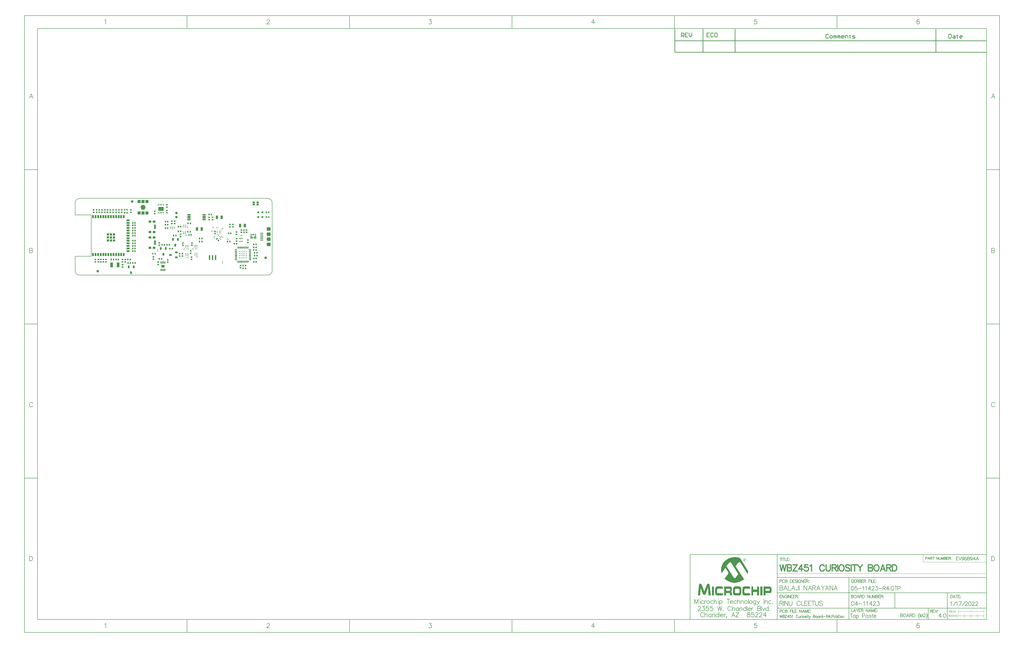
<source format=gtp>
G04*
G04 #@! TF.GenerationSoftware,Altium Limited,Altium Designer,19.1.9 (167)*
G04*
G04 Layer_Color=8421504*
%FSLAX43Y43*%
%MOMM*%
G71*
G01*
G75*
%ADD11C,0.100*%
%ADD13C,0.254*%
%ADD15C,0.127*%
%ADD16C,0.200*%
%ADD18C,0.150*%
%ADD22C,0.178*%
%ADD23C,0.180*%
%ADD24C,0.381*%
%ADD25O,0.559X0.178*%
%ADD26R,0.381X0.381*%
%ADD27R,1.300X0.700*%
%ADD28R,0.700X1.300*%
%ADD29R,0.900X0.900*%
%ADD30R,0.850X0.650*%
G04:AMPARAMS|DCode=31|XSize=1.4mm|YSize=0.9mm|CornerRadius=0.225mm|HoleSize=0mm|Usage=FLASHONLY|Rotation=90.000|XOffset=0mm|YOffset=0mm|HoleType=Round|Shape=RoundedRectangle|*
%AMROUNDEDRECTD31*
21,1,1.400,0.450,0,0,90.0*
21,1,0.950,0.900,0,0,90.0*
1,1,0.450,0.225,0.475*
1,1,0.450,0.225,-0.475*
1,1,0.450,-0.225,-0.475*
1,1,0.450,-0.225,0.475*
%
%ADD31ROUNDEDRECTD31*%
%ADD32R,0.800X0.800*%
%ADD33R,0.500X0.600*%
G04:AMPARAMS|DCode=34|XSize=1.398mm|YSize=1.448mm|CornerRadius=0.174mm|HoleSize=0mm|Usage=FLASHONLY|Rotation=90.000|XOffset=0mm|YOffset=0mm|HoleType=Round|Shape=RoundedRectangle|*
%AMROUNDEDRECTD34*
21,1,1.398,1.100,0,0,90.0*
21,1,1.050,1.448,0,0,90.0*
1,1,0.348,0.550,0.525*
1,1,0.348,0.550,-0.525*
1,1,0.348,-0.550,-0.525*
1,1,0.348,-0.550,0.525*
%
%ADD34ROUNDEDRECTD34*%
G04:AMPARAMS|DCode=35|XSize=0.309mm|YSize=1.259mm|CornerRadius=0.054mm|HoleSize=0mm|Usage=FLASHONLY|Rotation=90.000|XOffset=0mm|YOffset=0mm|HoleType=Round|Shape=RoundedRectangle|*
%AMROUNDEDRECTD35*
21,1,0.309,1.150,0,0,90.0*
21,1,0.200,1.259,0,0,90.0*
1,1,0.109,0.575,0.100*
1,1,0.109,0.575,-0.100*
1,1,0.109,-0.575,-0.100*
1,1,0.109,-0.575,0.100*
%
%ADD35ROUNDEDRECTD35*%
G04:AMPARAMS|DCode=36|XSize=0.9mm|YSize=0.8mm|CornerRadius=0.2mm|HoleSize=0mm|Usage=FLASHONLY|Rotation=180.000|XOffset=0mm|YOffset=0mm|HoleType=Round|Shape=RoundedRectangle|*
%AMROUNDEDRECTD36*
21,1,0.900,0.400,0,0,180.0*
21,1,0.500,0.800,0,0,180.0*
1,1,0.400,-0.250,0.200*
1,1,0.400,0.250,0.200*
1,1,0.400,0.250,-0.200*
1,1,0.400,-0.250,-0.200*
%
%ADD36ROUNDEDRECTD36*%
G04:AMPARAMS|DCode=37|XSize=0.55mm|YSize=0.6mm|CornerRadius=0.138mm|HoleSize=0mm|Usage=FLASHONLY|Rotation=180.000|XOffset=0mm|YOffset=0mm|HoleType=Round|Shape=RoundedRectangle|*
%AMROUNDEDRECTD37*
21,1,0.550,0.325,0,0,180.0*
21,1,0.275,0.600,0,0,180.0*
1,1,0.275,-0.138,0.163*
1,1,0.275,0.138,0.163*
1,1,0.275,0.138,-0.163*
1,1,0.275,-0.138,-0.163*
%
%ADD37ROUNDEDRECTD37*%
%ADD38R,1.000X0.900*%
%ADD39R,0.800X1.700*%
%ADD40R,0.650X1.050*%
%ADD41O,1.450X0.450*%
%ADD42R,0.300X0.850*%
%ADD43R,1.200X1.000*%
G04:AMPARAMS|DCode=44|XSize=0.28mm|YSize=0.9mm|CornerRadius=0.14mm|HoleSize=0mm|Usage=FLASHONLY|Rotation=0.000|XOffset=0mm|YOffset=0mm|HoleType=Round|Shape=RoundedRectangle|*
%AMROUNDEDRECTD44*
21,1,0.280,0.620,0,0,0.0*
21,1,0.000,0.900,0,0,0.0*
1,1,0.280,0.000,-0.310*
1,1,0.280,0.000,-0.310*
1,1,0.280,0.000,0.310*
1,1,0.280,0.000,0.310*
%
%ADD44ROUNDEDRECTD44*%
G04:AMPARAMS|DCode=45|XSize=0.28mm|YSize=0.9mm|CornerRadius=0.14mm|HoleSize=0mm|Usage=FLASHONLY|Rotation=270.000|XOffset=0mm|YOffset=0mm|HoleType=Round|Shape=RoundedRectangle|*
%AMROUNDEDRECTD45*
21,1,0.280,0.620,0,0,270.0*
21,1,0.000,0.900,0,0,270.0*
1,1,0.280,-0.310,0.000*
1,1,0.280,-0.310,0.000*
1,1,0.280,0.310,0.000*
1,1,0.280,0.310,0.000*
%
%ADD45ROUNDEDRECTD45*%
%ADD46R,0.500X0.350*%
G04:AMPARAMS|DCode=47|XSize=0.43mm|YSize=0.5mm|CornerRadius=0.108mm|HoleSize=0mm|Usage=FLASHONLY|Rotation=270.000|XOffset=0mm|YOffset=0mm|HoleType=Round|Shape=RoundedRectangle|*
%AMROUNDEDRECTD47*
21,1,0.430,0.285,0,0,270.0*
21,1,0.215,0.500,0,0,270.0*
1,1,0.215,-0.142,-0.108*
1,1,0.215,-0.142,0.108*
1,1,0.215,0.142,0.108*
1,1,0.215,0.142,-0.108*
%
%ADD47ROUNDEDRECTD47*%
G04:AMPARAMS|DCode=48|XSize=0.275mm|YSize=0.3mm|CornerRadius=0.069mm|HoleSize=0mm|Usage=FLASHONLY|Rotation=180.000|XOffset=0mm|YOffset=0mm|HoleType=Round|Shape=RoundedRectangle|*
%AMROUNDEDRECTD48*
21,1,0.275,0.163,0,0,180.0*
21,1,0.138,0.300,0,0,180.0*
1,1,0.138,-0.069,0.081*
1,1,0.138,0.069,0.081*
1,1,0.138,0.069,-0.081*
1,1,0.138,-0.069,-0.081*
%
%ADD48ROUNDEDRECTD48*%
G04:AMPARAMS|DCode=49|XSize=0.55mm|YSize=0.6mm|CornerRadius=0.138mm|HoleSize=0mm|Usage=FLASHONLY|Rotation=90.000|XOffset=0mm|YOffset=0mm|HoleType=Round|Shape=RoundedRectangle|*
%AMROUNDEDRECTD49*
21,1,0.550,0.325,0,0,90.0*
21,1,0.275,0.600,0,0,90.0*
1,1,0.275,0.163,0.138*
1,1,0.275,0.163,-0.138*
1,1,0.275,-0.163,-0.138*
1,1,0.275,-0.163,0.138*
%
%ADD49ROUNDEDRECTD49*%
%ADD50R,1.050X0.650*%
%ADD51R,0.350X0.600*%
%ADD52R,2.100X1.600*%
%ADD53R,0.600X1.900*%
G04:AMPARAMS|DCode=54|XSize=0.275mm|YSize=0.3mm|CornerRadius=0.069mm|HoleSize=0mm|Usage=FLASHONLY|Rotation=270.000|XOffset=0mm|YOffset=0mm|HoleType=Round|Shape=RoundedRectangle|*
%AMROUNDEDRECTD54*
21,1,0.275,0.163,0,0,270.0*
21,1,0.138,0.300,0,0,270.0*
1,1,0.138,-0.081,-0.069*
1,1,0.138,-0.081,0.069*
1,1,0.138,0.081,0.069*
1,1,0.138,0.081,-0.069*
%
%ADD54ROUNDEDRECTD54*%
G04:AMPARAMS|DCode=55|XSize=1.1mm|YSize=1.9mm|CornerRadius=0.11mm|HoleSize=0mm|Usage=FLASHONLY|Rotation=180.000|XOffset=0mm|YOffset=0mm|HoleType=Round|Shape=RoundedRectangle|*
%AMROUNDEDRECTD55*
21,1,1.100,1.680,0,0,180.0*
21,1,0.880,1.900,0,0,180.0*
1,1,0.220,-0.440,0.840*
1,1,0.220,0.440,0.840*
1,1,0.220,0.440,-0.840*
1,1,0.220,-0.440,-0.840*
%
%ADD55ROUNDEDRECTD55*%
%ADD56C,1.000*%
%ADD57R,0.800X0.540*%
%ADD58R,0.600X0.300*%
%ADD59R,1.000X0.300*%
%ADD60R,1.000X0.400*%
%ADD61C,1.900*%
%ADD62R,1.300X1.300*%
%ADD63R,1.200X1.300*%
G04:AMPARAMS|DCode=64|XSize=0.275mm|YSize=0.3mm|CornerRadius=0.069mm|HoleSize=0mm|Usage=FLASHONLY|Rotation=135.000|XOffset=0mm|YOffset=0mm|HoleType=Round|Shape=RoundedRectangle|*
%AMROUNDEDRECTD64*
21,1,0.275,0.163,0,0,135.0*
21,1,0.138,0.300,0,0,135.0*
1,1,0.138,0.009,0.106*
1,1,0.138,0.106,0.009*
1,1,0.138,-0.009,-0.106*
1,1,0.138,-0.106,-0.009*
%
%ADD64ROUNDEDRECTD64*%
G04:AMPARAMS|DCode=65|XSize=0.55mm|YSize=0.6mm|CornerRadius=0.138mm|HoleSize=0mm|Usage=FLASHONLY|Rotation=135.000|XOffset=0mm|YOffset=0mm|HoleType=Round|Shape=RoundedRectangle|*
%AMROUNDEDRECTD65*
21,1,0.550,0.325,0,0,135.0*
21,1,0.275,0.600,0,0,135.0*
1,1,0.275,0.018,0.212*
1,1,0.275,0.212,0.018*
1,1,0.275,-0.018,-0.212*
1,1,0.275,-0.212,-0.018*
%
%ADD65ROUNDEDRECTD65*%
G04:AMPARAMS|DCode=66|XSize=0.275mm|YSize=0.3mm|CornerRadius=0.069mm|HoleSize=0mm|Usage=FLASHONLY|Rotation=45.000|XOffset=0mm|YOffset=0mm|HoleType=Round|Shape=RoundedRectangle|*
%AMROUNDEDRECTD66*
21,1,0.275,0.163,0,0,45.0*
21,1,0.138,0.300,0,0,45.0*
1,1,0.138,0.106,-0.009*
1,1,0.138,0.009,-0.106*
1,1,0.138,-0.106,0.009*
1,1,0.138,-0.009,0.106*
%
%ADD66ROUNDEDRECTD66*%
G36*
X261671Y-110862D02*
X261761Y-110877D01*
X261865Y-110921D01*
X261954Y-110981D01*
X262043Y-111085D01*
X262103Y-111204D01*
X262133Y-111383D01*
X262133Y-111412D01*
X262118Y-111472D01*
X262103Y-111561D01*
X262058Y-111665D01*
X261999Y-111770D01*
X261895Y-111859D01*
X261761Y-111933D01*
X261582Y-111963D01*
X261537Y-111963D01*
X261493Y-111948D01*
X261448Y-111948D01*
X261299Y-111889D01*
X261240Y-111859D01*
X261165Y-111799D01*
X261165Y-111784D01*
X261136Y-111770D01*
X261076Y-111680D01*
X261017Y-111546D01*
X261002Y-111472D01*
X260987Y-111383D01*
X260987Y-111368D01*
X260987Y-111338D01*
X261017Y-111249D01*
X261076Y-111130D01*
X261165Y-111011D01*
X261180Y-110996D01*
X261195Y-110981D01*
X261284Y-110921D01*
X261418Y-110877D01*
X261493Y-110847D01*
X261612Y-110847D01*
X261671Y-110862D01*
X261671Y-110862D02*
G37*
G36*
X258055Y-110356D02*
X258174Y-110356D01*
X258457Y-110400D01*
X258769Y-110445D01*
X259127Y-110520D01*
X259484Y-110624D01*
X259826Y-110772D01*
X262996Y-115803D01*
X262996Y-115817D01*
X262996Y-115847D01*
X262981Y-115892D01*
X262981Y-115966D01*
X262951Y-116130D01*
X262907Y-116353D01*
X262907Y-116368D01*
X262892Y-116398D01*
X262877Y-116457D01*
X262862Y-116547D01*
X262847Y-116636D01*
X262817Y-116740D01*
X262743Y-116978D01*
X259990Y-112662D01*
X259975Y-112648D01*
X259960Y-112618D01*
X259915Y-112558D01*
X259856Y-112499D01*
X259781Y-112439D01*
X259692Y-112380D01*
X259603Y-112350D01*
X259499Y-112335D01*
X259454Y-112335D01*
X259409Y-112350D01*
X259350Y-112380D01*
X259275Y-112410D01*
X259201Y-112469D01*
X259127Y-112543D01*
X259037Y-112648D01*
X258115Y-113913D01*
X261359Y-119002D01*
X261344Y-119017D01*
X261284Y-119062D01*
X261195Y-119136D01*
X261076Y-119211D01*
X260927Y-119330D01*
X260749Y-119434D01*
X260540Y-119568D01*
X260317Y-119687D01*
X260049Y-119821D01*
X259766Y-119955D01*
X259454Y-120059D01*
X259127Y-120163D01*
X258769Y-120252D01*
X258397Y-120327D01*
X258010Y-120371D01*
X257609Y-120386D01*
X257504Y-120386D01*
X257400Y-120371D01*
X257237Y-120356D01*
X257043Y-120342D01*
X256820Y-120297D01*
X256582Y-120252D01*
X256299Y-120178D01*
X256016Y-120089D01*
X255704Y-119984D01*
X255391Y-119850D01*
X255064Y-119687D01*
X254736Y-119493D01*
X254409Y-119285D01*
X254096Y-119032D01*
X253784Y-118734D01*
X255153Y-116844D01*
X255168Y-116829D01*
X255183Y-116785D01*
X255213Y-116695D01*
X255227Y-116621D01*
X255242Y-116547D01*
X255242Y-116517D01*
X255227Y-116442D01*
X255183Y-116309D01*
X255094Y-116145D01*
X254082Y-114567D01*
X252579Y-116666D01*
X252579Y-116651D01*
X252579Y-116636D01*
X252549Y-116547D01*
X252519Y-116428D01*
X252489Y-116249D01*
X252459Y-116041D01*
X252430Y-115817D01*
X252415Y-115550D01*
X252400Y-115282D01*
X252400Y-115252D01*
X252400Y-115192D01*
X252415Y-115088D01*
X252430Y-114954D01*
X252445Y-114776D01*
X252474Y-114582D01*
X252519Y-114359D01*
X252579Y-114121D01*
X252653Y-113868D01*
X252757Y-113585D01*
X252876Y-113302D01*
X253010Y-113020D01*
X253174Y-112737D01*
X253367Y-112439D01*
X253590Y-112157D01*
X253843Y-111889D01*
X253858Y-111874D01*
X253918Y-111814D01*
X254007Y-111740D01*
X254126Y-111651D01*
X254275Y-111531D01*
X254469Y-111398D01*
X254677Y-111264D01*
X254915Y-111115D01*
X255183Y-110966D01*
X255480Y-110832D01*
X255808Y-110698D01*
X256150Y-110579D01*
X256522Y-110490D01*
X256909Y-110400D01*
X257326Y-110356D01*
X257757Y-110341D01*
X257951Y-110341D01*
X258055Y-110356D01*
X258055Y-110356D02*
G37*
G36*
X263308Y-121815D02*
X263383Y-121815D01*
X263427Y-121830D01*
X263442Y-121830D01*
X263472Y-121845D01*
X263561Y-121889D01*
X263621Y-121934D01*
X263665Y-121993D01*
X263710Y-122083D01*
X263740Y-122172D01*
X263740Y-122187D01*
X263740Y-122202D01*
X263755Y-122246D01*
X263755Y-122321D01*
X263755Y-122395D01*
X263770Y-122485D01*
X263770Y-122604D01*
X263770Y-122738D01*
X261895Y-122693D01*
X261880Y-122693D01*
X261835Y-122708D01*
X261761Y-122723D01*
X261686Y-122767D01*
X261597Y-122857D01*
X261537Y-122976D01*
X261478Y-123139D01*
X261463Y-123258D01*
X261463Y-123377D01*
X261463Y-123764D01*
X261463Y-123794D01*
X261463Y-123869D01*
X261493Y-123988D01*
X261523Y-124107D01*
X261567Y-124226D01*
X261642Y-124345D01*
X261746Y-124419D01*
X261805Y-124434D01*
X261880Y-124449D01*
X263799Y-124449D01*
X263799Y-124479D01*
X263799Y-124538D01*
X263799Y-124628D01*
X263785Y-124747D01*
X263770Y-124851D01*
X263755Y-124970D01*
X263725Y-125059D01*
X263695Y-125133D01*
X263695Y-125148D01*
X263665Y-125163D01*
X263621Y-125193D01*
X263561Y-125223D01*
X263487Y-125267D01*
X263368Y-125297D01*
X263234Y-125312D01*
X263055Y-125327D01*
X261656Y-125327D01*
X261537Y-125312D01*
X261403Y-125282D01*
X261255Y-125238D01*
X261106Y-125163D01*
X260972Y-125074D01*
X260868Y-124955D01*
X260868Y-124940D01*
X260838Y-124895D01*
X260823Y-124836D01*
X260793Y-124747D01*
X260764Y-124613D01*
X260734Y-124464D01*
X260719Y-124300D01*
X260704Y-124092D01*
X260704Y-123065D01*
X260704Y-123050D01*
X260704Y-123020D01*
X260704Y-122976D01*
X260704Y-122916D01*
X260734Y-122767D01*
X260764Y-122589D01*
X260808Y-122395D01*
X260883Y-122217D01*
X260987Y-122053D01*
X261121Y-121934D01*
X261136Y-121934D01*
X261165Y-121919D01*
X261210Y-121889D01*
X261284Y-121859D01*
X261374Y-121845D01*
X261493Y-121815D01*
X261612Y-121800D01*
X263130Y-121800D01*
X263308Y-121815D01*
X263308Y-121815D02*
G37*
G36*
X267237Y-125297D02*
X266493Y-125297D01*
X266493Y-123988D01*
X264945Y-123988D01*
X264945Y-125297D01*
X264261Y-125297D01*
X264261Y-121830D01*
X264945Y-121830D01*
X264945Y-123065D01*
X266493Y-123065D01*
X266493Y-121830D01*
X267237Y-121830D01*
X267237Y-125297D01*
X267237Y-125297D02*
G37*
G36*
X247534Y-120714D02*
X247593Y-120728D01*
X247682Y-120758D01*
X247757Y-120833D01*
X247831Y-120922D01*
X247891Y-121056D01*
X247921Y-121234D01*
X248382Y-125297D01*
X247519Y-125297D01*
X247281Y-122380D01*
X247266Y-122380D01*
X246373Y-124717D01*
X246373Y-124732D01*
X246343Y-124776D01*
X246298Y-124836D01*
X246254Y-124910D01*
X246179Y-124985D01*
X246090Y-125044D01*
X245971Y-125089D01*
X245852Y-125104D01*
X245792Y-125104D01*
X245718Y-125089D01*
X245644Y-125059D01*
X245554Y-125014D01*
X245465Y-124940D01*
X245376Y-124851D01*
X245316Y-124717D01*
X244438Y-122425D01*
X244423Y-122425D01*
X244170Y-125297D01*
X243322Y-125297D01*
X243768Y-121190D01*
X243768Y-121175D01*
X243783Y-121115D01*
X243813Y-121041D01*
X243843Y-120937D01*
X243902Y-120848D01*
X243992Y-120773D01*
X244096Y-120714D01*
X244230Y-120699D01*
X244304Y-120699D01*
X244379Y-120728D01*
X244483Y-120758D01*
X244572Y-120818D01*
X244676Y-120892D01*
X244780Y-121011D01*
X244855Y-121160D01*
X245837Y-123675D01*
X245852Y-123675D01*
X246849Y-121160D01*
X246864Y-121145D01*
X246879Y-121086D01*
X246923Y-121011D01*
X246998Y-120922D01*
X247087Y-120848D01*
X247191Y-120773D01*
X247325Y-120714D01*
X247474Y-120699D01*
X247489Y-120699D01*
X247534Y-120714D01*
X247534Y-120714D02*
G37*
G36*
X271359Y-121845D02*
X271464Y-121859D01*
X271598Y-121904D01*
X271746Y-121979D01*
X271865Y-122083D01*
X271984Y-122232D01*
X272059Y-122425D01*
X272059Y-122440D01*
X272074Y-122470D01*
X272074Y-122514D01*
X272089Y-122589D01*
X272104Y-122678D01*
X272104Y-122782D01*
X272118Y-122901D01*
X272118Y-123035D01*
X272118Y-123303D01*
X272118Y-123333D01*
X272118Y-123407D01*
X272104Y-123511D01*
X272089Y-123645D01*
X272029Y-123943D01*
X271984Y-124077D01*
X271910Y-124196D01*
X271910Y-124211D01*
X271880Y-124226D01*
X271791Y-124300D01*
X271642Y-124389D01*
X271553Y-124404D01*
X271449Y-124419D01*
X269722Y-124419D01*
X269722Y-125297D01*
X269008Y-125297D01*
X269008Y-121830D01*
X271285Y-121830D01*
X271359Y-121845D01*
X271359Y-121845D02*
G37*
G36*
X268547Y-125297D02*
X267743Y-125297D01*
X267743Y-121830D01*
X268547Y-121830D01*
X268547Y-125297D01*
X268547Y-125297D02*
G37*
G36*
X256046Y-121845D02*
X256165Y-121889D01*
X256284Y-121964D01*
X256344Y-122008D01*
X256403Y-122083D01*
X256463Y-122172D01*
X256522Y-122261D01*
X256567Y-122395D01*
X256597Y-122529D01*
X256626Y-122693D01*
X256626Y-122871D01*
X256626Y-123080D01*
X256626Y-123095D01*
X256626Y-123110D01*
X256626Y-123199D01*
X256612Y-123318D01*
X256582Y-123467D01*
X256537Y-123616D01*
X256463Y-123749D01*
X256373Y-123869D01*
X256239Y-123943D01*
X256239Y-123958D01*
X256254Y-123958D01*
X256299Y-123988D01*
X256359Y-124032D01*
X256433Y-124092D01*
X256507Y-124181D01*
X256567Y-124315D01*
X256612Y-124494D01*
X256626Y-124717D01*
X256626Y-125297D01*
X255897Y-125297D01*
X255897Y-124881D01*
X255897Y-124866D01*
X255897Y-124836D01*
X255897Y-124791D01*
X255897Y-124732D01*
X255882Y-124613D01*
X255882Y-124553D01*
X255867Y-124523D01*
X255853Y-124508D01*
X255808Y-124449D01*
X255733Y-124404D01*
X255614Y-124389D01*
X254320Y-124389D01*
X254320Y-125297D01*
X253590Y-125297D01*
X253590Y-121830D01*
X255972Y-121830D01*
X256046Y-121845D01*
X256046Y-121845D02*
G37*
G36*
X249632Y-125297D02*
X248813Y-125297D01*
X248813Y-121830D01*
X249632Y-121830D01*
X249632Y-125297D01*
X249632Y-125297D02*
G37*
G36*
X259469Y-121815D02*
X259603Y-121845D01*
X259737Y-121874D01*
X259871Y-121934D01*
X259990Y-122008D01*
X260079Y-122112D01*
X260094Y-122127D01*
X260109Y-122172D01*
X260153Y-122246D01*
X260198Y-122351D01*
X260228Y-122485D01*
X260272Y-122633D01*
X260287Y-122827D01*
X260302Y-123050D01*
X260302Y-124077D01*
X260302Y-124092D01*
X260302Y-124122D01*
X260302Y-124166D01*
X260302Y-124226D01*
X260272Y-124389D01*
X260243Y-124583D01*
X260183Y-124791D01*
X260094Y-124985D01*
X259960Y-125148D01*
X259885Y-125208D01*
X259796Y-125253D01*
X259781Y-125253D01*
X259766Y-125267D01*
X259722Y-125282D01*
X259662Y-125282D01*
X259588Y-125297D01*
X259499Y-125312D01*
X259275Y-125327D01*
X257996Y-125327D01*
X257891Y-125312D01*
X257772Y-125282D01*
X257623Y-125238D01*
X257490Y-125178D01*
X257356Y-125104D01*
X257251Y-124985D01*
X257237Y-124970D01*
X257222Y-124925D01*
X257192Y-124866D01*
X257162Y-124761D01*
X257117Y-124642D01*
X257088Y-124479D01*
X257073Y-124300D01*
X257058Y-124077D01*
X257058Y-123050D01*
X257058Y-123035D01*
X257058Y-123005D01*
X257058Y-122946D01*
X257073Y-122886D01*
X257088Y-122708D01*
X257132Y-122514D01*
X257207Y-122291D01*
X257311Y-122098D01*
X257370Y-122023D01*
X257460Y-121949D01*
X257549Y-121889D01*
X257653Y-121845D01*
X257668Y-121845D01*
X257683Y-121830D01*
X257772Y-121815D01*
X257921Y-121800D01*
X259380Y-121800D01*
X259469Y-121815D01*
X259469Y-121815D02*
G37*
G36*
X252400Y-121815D02*
X252579Y-121815D01*
X252727Y-121830D01*
X252861Y-121845D01*
X252906Y-121859D01*
X252936Y-121874D01*
X252951Y-121874D01*
X252965Y-121904D01*
X252995Y-121949D01*
X253040Y-122023D01*
X253070Y-122127D01*
X253099Y-122276D01*
X253114Y-122455D01*
X253129Y-122693D01*
X251224Y-122693D01*
X251150Y-122708D01*
X251046Y-122752D01*
X250942Y-122827D01*
X250927Y-122857D01*
X250912Y-122886D01*
X250882Y-122946D01*
X250867Y-123020D01*
X250837Y-123110D01*
X250822Y-123229D01*
X250822Y-123377D01*
X250822Y-123764D01*
X250822Y-123779D01*
X250822Y-123824D01*
X250822Y-123898D01*
X250837Y-123973D01*
X250852Y-124151D01*
X250867Y-124226D01*
X250882Y-124285D01*
X250897Y-124315D01*
X250956Y-124360D01*
X251075Y-124419D01*
X251150Y-124434D01*
X251239Y-124449D01*
X253174Y-124449D01*
X253174Y-124464D01*
X253174Y-124523D01*
X253174Y-124613D01*
X253159Y-124717D01*
X253129Y-124940D01*
X253099Y-125029D01*
X253070Y-125104D01*
X253070Y-125119D01*
X253040Y-125133D01*
X252995Y-125178D01*
X252936Y-125208D01*
X252861Y-125253D01*
X252742Y-125297D01*
X252608Y-125312D01*
X252430Y-125327D01*
X251031Y-125327D01*
X250927Y-125312D01*
X250808Y-125297D01*
X250659Y-125253D01*
X250525Y-125208D01*
X250406Y-125133D01*
X250302Y-125044D01*
X250287Y-125029D01*
X250272Y-124985D01*
X250227Y-124925D01*
X250183Y-124821D01*
X250138Y-124687D01*
X250108Y-124523D01*
X250078Y-124315D01*
X250063Y-124077D01*
X250063Y-123050D01*
X250063Y-123035D01*
X250063Y-123005D01*
X250063Y-122946D01*
X250078Y-122871D01*
X250108Y-122693D01*
X250153Y-122470D01*
X250242Y-122261D01*
X250361Y-122053D01*
X250450Y-121979D01*
X250540Y-121904D01*
X250659Y-121845D01*
X250778Y-121815D01*
X250808Y-121815D01*
X250867Y-121800D01*
X252236Y-121800D01*
X252400Y-121815D01*
X252400Y-121815D02*
G37*
%LPC*%
G36*
X261582Y-110936D02*
X261508Y-110936D01*
X261418Y-110966D01*
X261329Y-110996D01*
X261240Y-111040D01*
X261150Y-111130D01*
X261091Y-111234D01*
X261076Y-111383D01*
X261076Y-111398D01*
X261076Y-111412D01*
X261091Y-111502D01*
X261136Y-111621D01*
X261225Y-111740D01*
X261255Y-111755D01*
X261329Y-111799D01*
X261433Y-111859D01*
X261582Y-111874D01*
X261597Y-111874D01*
X261656Y-111859D01*
X261731Y-111844D01*
X261820Y-111814D01*
X261895Y-111755D01*
X261969Y-111665D01*
X262029Y-111546D01*
X262043Y-111383D01*
X262043Y-111368D01*
X262043Y-111308D01*
X262014Y-111234D01*
X261984Y-111159D01*
X261924Y-111070D01*
X261850Y-111011D01*
X261731Y-110951D01*
X261582Y-110936D01*
X261582Y-110936D02*
G37*
%LPD*%
G36*
X261701Y-111100D02*
X261790Y-111145D01*
X261805Y-111204D01*
X261820Y-111264D01*
X261820Y-111293D01*
X261805Y-111353D01*
X261746Y-111427D01*
X261716Y-111442D01*
X261656Y-111457D01*
X261835Y-111740D01*
X261731Y-111740D01*
X261552Y-111457D01*
X261448Y-111457D01*
X261448Y-111740D01*
X261344Y-111740D01*
X261344Y-111070D01*
X261627Y-111070D01*
X261701Y-111100D01*
X261701Y-111100D02*
G37*
%LPC*%
G36*
X261612Y-111159D02*
X261448Y-111159D01*
X261448Y-111368D01*
X261627Y-111368D01*
X261671Y-111353D01*
X261701Y-111323D01*
X261716Y-111264D01*
X261716Y-111249D01*
X261701Y-111204D01*
X261671Y-111174D01*
X261612Y-111159D01*
X261612Y-111159D02*
G37*
G36*
X255927Y-112320D02*
X255882Y-112320D01*
X255838Y-112335D01*
X255778Y-112365D01*
X255704Y-112395D01*
X255614Y-112454D01*
X255540Y-112529D01*
X255451Y-112633D01*
X254543Y-113898D01*
X257251Y-118169D01*
X257266Y-118184D01*
X257296Y-118228D01*
X257341Y-118288D01*
X257400Y-118362D01*
X257460Y-118437D01*
X257534Y-118496D01*
X257623Y-118541D01*
X257698Y-118556D01*
X257743Y-118556D01*
X257787Y-118541D01*
X257862Y-118526D01*
X257936Y-118481D01*
X258010Y-118437D01*
X258085Y-118362D01*
X258159Y-118273D01*
X259112Y-116919D01*
X256403Y-112648D01*
X256388Y-112633D01*
X256373Y-112603D01*
X256329Y-112543D01*
X256269Y-112484D01*
X256195Y-112424D01*
X256120Y-112365D01*
X256031Y-112335D01*
X255927Y-112320D01*
X255927Y-112320D02*
G37*
G36*
X271092Y-122678D02*
X269722Y-122678D01*
X269722Y-123556D01*
X271166Y-123556D01*
X271211Y-123541D01*
X271255Y-123511D01*
X271285Y-123467D01*
X271330Y-123407D01*
X271345Y-123318D01*
X271359Y-123199D01*
X271359Y-123065D01*
X271359Y-123050D01*
X271359Y-123005D01*
X271345Y-122946D01*
X271330Y-122871D01*
X271300Y-122797D01*
X271240Y-122738D01*
X271181Y-122693D01*
X271092Y-122678D01*
X271092Y-122678D02*
G37*
G36*
X255585Y-122678D02*
X254320Y-122678D01*
X254320Y-123541D01*
X255704Y-123541D01*
X255748Y-123526D01*
X255808Y-123496D01*
X255853Y-123452D01*
X255897Y-123377D01*
X255927Y-123288D01*
X255942Y-123169D01*
X255942Y-123065D01*
X255942Y-123050D01*
X255942Y-123005D01*
X255927Y-122946D01*
X255897Y-122871D01*
X255853Y-122797D01*
X255793Y-122738D01*
X255704Y-122693D01*
X255585Y-122678D01*
X255585Y-122678D02*
G37*
G36*
X259186Y-122678D02*
X258219Y-122678D01*
X258129Y-122693D01*
X258010Y-122752D01*
X257951Y-122782D01*
X257906Y-122842D01*
X257891Y-122871D01*
X257876Y-122916D01*
X257862Y-122961D01*
X257832Y-123035D01*
X257817Y-123124D01*
X257802Y-123243D01*
X257802Y-123377D01*
X257802Y-123764D01*
X257802Y-123779D01*
X257802Y-123824D01*
X257802Y-123898D01*
X257817Y-123973D01*
X257832Y-124151D01*
X257847Y-124241D01*
X257876Y-124300D01*
X257891Y-124330D01*
X257951Y-124375D01*
X258055Y-124419D01*
X258204Y-124449D01*
X259156Y-124449D01*
X259216Y-124434D01*
X259290Y-124419D01*
X259365Y-124360D01*
X259454Y-124285D01*
X259513Y-124166D01*
X259573Y-123988D01*
X259588Y-123883D01*
X259588Y-123764D01*
X259588Y-123377D01*
X259588Y-123363D01*
X259588Y-123318D01*
X259588Y-123243D01*
X259573Y-123169D01*
X259528Y-122991D01*
X259484Y-122901D01*
X259439Y-122842D01*
X259439Y-122827D01*
X259409Y-122812D01*
X259350Y-122752D01*
X259246Y-122708D01*
X259186Y-122678D01*
X259186Y-122678D02*
G37*
%LPD*%
D11*
X274322Y-116797D02*
X356142Y-116797D01*
X331322Y-112297D02*
X331322Y-109297D01*
X356142Y-112297D02*
X356142Y-112297D01*
X331322Y-112297D02*
X356142Y-112297D01*
X350022Y-131897D02*
X350022Y-131297D01*
X352482Y-133932D02*
X352482Y-132662D01*
X349942Y-133932D02*
X349942Y-132662D01*
X347402Y-133932D02*
X347402Y-132662D01*
X355022Y-133932D02*
X355022Y-132662D01*
X344862Y-133932D02*
X344862Y-132662D01*
X344862Y-133297D02*
X355022Y-133297D01*
X355022Y-132097D02*
X355022Y-131097D01*
X345022Y-132097D02*
X345022Y-131097D01*
X345022Y-131597D02*
X355022Y-131597D01*
X341555Y-132897D02*
X341222Y-133364D01*
X341722Y-133364D01*
X341555Y-132897D02*
X341555Y-133597D01*
X342045Y-132897D02*
X341945Y-132931D01*
X341879Y-133031D01*
X341845Y-133197D01*
X341845Y-133297D01*
X341879Y-133464D01*
X341945Y-133564D01*
X342045Y-133597D01*
X342112Y-133597D01*
X342212Y-133564D01*
X342278Y-133464D01*
X342312Y-133297D01*
X342312Y-133197D01*
X342278Y-133031D01*
X342212Y-132931D01*
X342112Y-132897D01*
X342045Y-132897D01*
X342668Y-132897D02*
X342568Y-132931D01*
X342502Y-133031D01*
X342468Y-133197D01*
X342468Y-133297D01*
X342502Y-133464D01*
X342568Y-133564D01*
X342668Y-133597D01*
X342735Y-133597D01*
X342835Y-133564D01*
X342902Y-133464D01*
X342935Y-133297D01*
X342935Y-133197D01*
X342902Y-133031D01*
X342835Y-132931D01*
X342735Y-132897D01*
X342668Y-132897D01*
X343092Y-133131D02*
X343092Y-133597D01*
X343092Y-133264D02*
X343192Y-133164D01*
X343258Y-133131D01*
X343358Y-133131D01*
X343425Y-133164D01*
X343458Y-133264D01*
X343458Y-133597D01*
X343458Y-133264D02*
X343558Y-133164D01*
X343625Y-133131D01*
X343725Y-133131D01*
X343791Y-133164D01*
X343825Y-133264D01*
X343825Y-133597D01*
X344111Y-132897D02*
X344145Y-132931D01*
X344178Y-132897D01*
X344145Y-132864D01*
X344111Y-132897D01*
X344145Y-133131D02*
X344145Y-133597D01*
X344301Y-132897D02*
X344301Y-133597D01*
X341322Y-131331D02*
X341389Y-131297D01*
X341489Y-131197D01*
X341489Y-131897D01*
X342035Y-131197D02*
X341935Y-131231D01*
X341869Y-131331D01*
X341835Y-131497D01*
X341835Y-131597D01*
X341869Y-131764D01*
X341935Y-131864D01*
X342035Y-131897D01*
X342102Y-131897D01*
X342202Y-131864D01*
X342268Y-131764D01*
X342302Y-131597D01*
X342302Y-131497D01*
X342268Y-131331D01*
X342202Y-131231D01*
X342102Y-131197D01*
X342035Y-131197D01*
X342458Y-131431D02*
X342458Y-131897D01*
X342458Y-131564D02*
X342558Y-131464D01*
X342625Y-131431D01*
X342725Y-131431D01*
X342792Y-131464D01*
X342825Y-131564D01*
X342825Y-131897D01*
X342825Y-131564D02*
X342925Y-131464D01*
X342992Y-131431D01*
X343092Y-131431D01*
X343158Y-131464D01*
X343192Y-131564D01*
X343192Y-131897D01*
X343412Y-131431D02*
X343412Y-131897D01*
X343412Y-131564D02*
X343512Y-131464D01*
X343578Y-131431D01*
X343678Y-131431D01*
X343745Y-131464D01*
X343778Y-131564D01*
X343778Y-131897D01*
X343778Y-131564D02*
X343878Y-131464D01*
X343945Y-131431D01*
X344045Y-131431D01*
X344111Y-131464D01*
X344145Y-131564D01*
X344145Y-131897D01*
D13*
X245322Y87203D02*
X245322Y91703D01*
X336322Y87203D02*
X336322Y91703D01*
X234322Y87203D02*
X355822Y87203D01*
X234322Y87203D02*
X234322Y91703D01*
X336322Y91703D02*
X336322Y96203D01*
X257822Y91703D02*
X257822Y96203D01*
X245322Y91703D02*
X245322Y96203D01*
X234322Y91703D02*
X355822Y91703D01*
X234322Y91703D02*
X234322Y96203D01*
X257822Y87203D02*
X257822Y91703D01*
X341322Y94226D02*
X341322Y92703D01*
X342084Y92703D01*
X342338Y92957D01*
X342338Y93972D01*
X342084Y94226D01*
X341322Y94226D01*
X343099Y93718D02*
X343607Y93718D01*
X343861Y93465D01*
X343861Y92703D01*
X343099Y92703D01*
X342846Y92957D01*
X343099Y93211D01*
X343861Y93211D01*
X344623Y93972D02*
X344623Y93718D01*
X344369Y93718D01*
X344877Y93718D01*
X344623Y93718D01*
X344623Y92957D01*
X344877Y92703D01*
X346400Y92703D02*
X345893Y92703D01*
X345639Y92957D01*
X345639Y93465D01*
X345893Y93718D01*
X346400Y93718D01*
X346654Y93465D01*
X346654Y93211D01*
X345639Y93211D01*
X294338Y93972D02*
X294084Y94226D01*
X293576Y94226D01*
X293322Y93972D01*
X293322Y92957D01*
X293576Y92703D01*
X294084Y92703D01*
X294338Y92957D01*
X295099Y92703D02*
X295607Y92703D01*
X295861Y92957D01*
X295861Y93465D01*
X295607Y93718D01*
X295099Y93718D01*
X294846Y93465D01*
X294846Y92957D01*
X295099Y92703D01*
X296369Y92703D02*
X296369Y93718D01*
X296623Y93718D01*
X296877Y93465D01*
X296877Y92703D01*
X296877Y93465D01*
X297131Y93718D01*
X297385Y93465D01*
X297385Y92703D01*
X297893Y92703D02*
X297893Y93718D01*
X298146Y93718D01*
X298400Y93465D01*
X298400Y92703D01*
X298400Y93465D01*
X298654Y93718D01*
X298908Y93465D01*
X298908Y92703D01*
X300178Y92703D02*
X299670Y92703D01*
X299416Y92957D01*
X299416Y93465D01*
X299670Y93718D01*
X300178Y93718D01*
X300432Y93465D01*
X300432Y93211D01*
X299416Y93211D01*
X300940Y92703D02*
X300940Y93718D01*
X301701Y93718D01*
X301955Y93465D01*
X301955Y92703D01*
X302717Y93972D02*
X302717Y93718D01*
X302463Y93718D01*
X302971Y93718D01*
X302717Y93718D01*
X302717Y92957D01*
X302971Y92703D01*
X303733Y92703D02*
X304494Y92703D01*
X304748Y92957D01*
X304494Y93211D01*
X303987Y93211D01*
X303733Y93465D01*
X303987Y93718D01*
X304748Y93718D01*
X247838Y94726D02*
X246822Y94726D01*
X246822Y93203D01*
X247838Y93203D01*
X246822Y93965D02*
X247330Y93965D01*
X249361Y94472D02*
X249107Y94726D01*
X248599Y94726D01*
X248346Y94472D01*
X248346Y93457D01*
X248599Y93203D01*
X249107Y93203D01*
X249361Y93457D01*
X250631Y94726D02*
X250123Y94726D01*
X249869Y94472D01*
X249869Y93457D01*
X250123Y93203D01*
X250631Y93203D01*
X250885Y93457D01*
X250885Y94472D01*
X250631Y94726D01*
X236822Y93203D02*
X236822Y94726D01*
X237584Y94726D01*
X237838Y94472D01*
X237838Y93965D01*
X237584Y93711D01*
X236822Y93711D01*
X237330Y93711D02*
X237838Y93203D01*
X239361Y94726D02*
X238346Y94726D01*
X238346Y93203D01*
X239361Y93203D01*
X238346Y93965D02*
X238853Y93965D01*
X239869Y94726D02*
X239869Y93711D01*
X240377Y93203D01*
X240885Y93711D01*
X240885Y94726D01*
D15*
X1734Y29999D02*
G03*
X0Y28264I0J-1734D01*
G01*
X77000Y28146D02*
G03*
X75147Y29999I-1853J0D01*
G01*
X75283Y0D02*
G03*
X77000Y1717I0J1717D01*
G01*
X0Y1649D02*
G03*
X1649Y0I1649J0D01*
G01*
X-1Y7341D02*
X6274Y7341D01*
X-1Y1702D02*
X-1Y7341D01*
X6274Y7341D02*
X6274Y23495D01*
X0Y23495D02*
X6274Y23495D01*
X0Y23495D02*
X0Y28264D01*
X1649Y-0D02*
X75283Y0D01*
X1734Y29999D02*
X75147Y29999D01*
X77000Y1717D02*
X77000Y28146D01*
X274322Y-134717D02*
X274322Y-109297D01*
X240322Y-134717D02*
X240322Y-109297D01*
X356142Y-109297D01*
X297722Y96423D02*
X297722Y101503D01*
X234222Y96423D02*
X234222Y101503D01*
X170722Y96423D02*
X170722Y101503D01*
X107222Y96423D02*
X107222Y101503D01*
X-14698Y96423D02*
X356142Y96423D01*
X-19778Y101503D02*
X361222Y101503D01*
X43722Y96423D02*
X43722Y101503D01*
X356142Y-134717D02*
X356142Y96423D01*
X361222Y-139797D02*
X361222Y101503D01*
X356142Y41178D02*
X361222Y41178D01*
X356142Y-19147D02*
X361222Y-19147D01*
X356142Y-79472D02*
X361222Y-79472D01*
X297722Y-139797D02*
X297722Y-134717D01*
X234222Y-139797D02*
X234222Y-134717D01*
X170722Y-139797D02*
X170722Y-134717D01*
X107222Y-139797D02*
X107222Y-134717D01*
X356142Y-134717D02*
X356142Y-104237D01*
X-19778Y-139797D02*
X-19778Y101503D01*
X-19778Y-139797D02*
X361222Y-139797D01*
X-14698Y-134717D02*
X-14698Y96423D01*
X-14698Y-134717D02*
X356142Y-134717D01*
X-19778Y41178D02*
X-14698Y41178D01*
X-19778Y-19147D02*
X-14698Y-19147D01*
X-19778Y-79472D02*
X-14698Y-79472D01*
X43722Y-139797D02*
X43722Y-134717D01*
X206282Y-134717D02*
X241842Y-134717D01*
X274322Y-130297D02*
X356142Y-130297D01*
X274322Y-124297D02*
X356142Y-124297D01*
X340822Y-134717D02*
X340822Y-124297D01*
X302322Y-134717D02*
X302322Y-118297D01*
X274322Y-118297D02*
X356142Y-118297D01*
X320322Y-130297D02*
X320322Y-124297D01*
X333322Y-134717D02*
X333322Y-130297D01*
X304138Y-119427D02*
X304084Y-119318D01*
X303975Y-119209D01*
X303866Y-119154D01*
X303648Y-119154D01*
X303540Y-119209D01*
X303431Y-119318D01*
X303376Y-119427D01*
X303322Y-119590D01*
X303322Y-119862D01*
X303376Y-120025D01*
X303431Y-120134D01*
X303540Y-120243D01*
X303648Y-120297D01*
X303866Y-120297D01*
X303975Y-120243D01*
X304084Y-120134D01*
X304138Y-120025D01*
X304138Y-119862D01*
X303866Y-119862D02*
X304138Y-119862D01*
X305107Y-119154D02*
X304399Y-119154D01*
X304399Y-120297D01*
X305107Y-120297D01*
X304399Y-119699D02*
X304835Y-119699D01*
X305297Y-119154D02*
X305297Y-120297D01*
X305297Y-119154D02*
X305787Y-119154D01*
X305950Y-119209D01*
X306005Y-119263D01*
X306059Y-119372D01*
X306059Y-119481D01*
X306005Y-119590D01*
X305950Y-119644D01*
X305787Y-119699D01*
X305297Y-119699D01*
X305678Y-119699D02*
X306059Y-120297D01*
X306315Y-119154D02*
X306315Y-120297D01*
X306315Y-119154D02*
X306805Y-119154D01*
X306968Y-119209D01*
X307022Y-119263D01*
X307077Y-119372D01*
X307077Y-119481D01*
X307022Y-119590D01*
X306968Y-119644D01*
X306805Y-119699D01*
X306315Y-119699D02*
X306805Y-119699D01*
X306968Y-119753D01*
X307022Y-119807D01*
X307077Y-119916D01*
X307077Y-120080D01*
X307022Y-120188D01*
X306968Y-120243D01*
X306805Y-120297D01*
X306315Y-120297D01*
X308040Y-119154D02*
X307333Y-119154D01*
X307333Y-120297D01*
X308040Y-120297D01*
X307333Y-119699D02*
X307768Y-119699D01*
X308230Y-119154D02*
X308230Y-120297D01*
X308230Y-119154D02*
X308720Y-119154D01*
X308883Y-119209D01*
X308938Y-119263D01*
X308992Y-119372D01*
X308992Y-119481D01*
X308938Y-119590D01*
X308883Y-119644D01*
X308720Y-119699D01*
X308230Y-119699D01*
X308611Y-119699D02*
X308992Y-120297D01*
X310146Y-119154D02*
X310146Y-120297D01*
X310146Y-119154D02*
X310853Y-119154D01*
X310146Y-119699D02*
X310581Y-119699D01*
X310984Y-119154D02*
X310984Y-120297D01*
X311223Y-119154D02*
X311223Y-120297D01*
X311876Y-120297D01*
X312709Y-119154D02*
X312001Y-119154D01*
X312001Y-120297D01*
X312709Y-120297D01*
X312001Y-119699D02*
X312437Y-119699D01*
X312954Y-119535D02*
X312899Y-119590D01*
X312954Y-119644D01*
X313008Y-119590D01*
X312954Y-119535D01*
X312954Y-120188D02*
X312899Y-120243D01*
X312954Y-120297D01*
X313008Y-120243D01*
X312954Y-120188D01*
X275322Y-133031D02*
X275564Y-134047D01*
X275806Y-133031D02*
X275564Y-134047D01*
X275806Y-133031D02*
X276048Y-134047D01*
X276289Y-133031D02*
X276048Y-134047D01*
X276493Y-133031D02*
X276493Y-134047D01*
X276493Y-133031D02*
X276928Y-133031D01*
X277073Y-133080D01*
X277121Y-133128D01*
X277170Y-133225D01*
X277170Y-133322D01*
X277121Y-133418D01*
X277073Y-133467D01*
X276928Y-133515D01*
X276493Y-133515D02*
X276928Y-133515D01*
X277073Y-133563D01*
X277121Y-133612D01*
X277170Y-133709D01*
X277170Y-133854D01*
X277121Y-133950D01*
X277073Y-133999D01*
X276928Y-134047D01*
X276493Y-134047D01*
X278074Y-133031D02*
X277397Y-134047D01*
X277397Y-133031D02*
X278074Y-133031D01*
X277397Y-134047D02*
X278074Y-134047D01*
X278785Y-133031D02*
X278302Y-133709D01*
X279027Y-133709D01*
X278785Y-133031D02*
X278785Y-134047D01*
X279787Y-133031D02*
X279303Y-133031D01*
X279255Y-133467D01*
X279303Y-133418D01*
X279448Y-133370D01*
X279593Y-133370D01*
X279738Y-133418D01*
X279835Y-133515D01*
X279883Y-133660D01*
X279883Y-133757D01*
X279835Y-133902D01*
X279738Y-133999D01*
X279593Y-134047D01*
X279448Y-134047D01*
X279303Y-133999D01*
X279255Y-133950D01*
X279206Y-133854D01*
X280111Y-133225D02*
X280207Y-133177D01*
X280353Y-133031D01*
X280353Y-134047D01*
X282379Y-133273D02*
X282331Y-133177D01*
X282234Y-133080D01*
X282137Y-133031D01*
X281944Y-133031D01*
X281847Y-133080D01*
X281750Y-133177D01*
X281702Y-133273D01*
X281654Y-133418D01*
X281654Y-133660D01*
X281702Y-133805D01*
X281750Y-133902D01*
X281847Y-133999D01*
X281944Y-134047D01*
X282137Y-134047D01*
X282234Y-133999D01*
X282331Y-133902D01*
X282379Y-133805D01*
X282665Y-133370D02*
X282665Y-133854D01*
X282713Y-133999D01*
X282810Y-134047D01*
X282955Y-134047D01*
X283052Y-133999D01*
X283197Y-133854D01*
X283197Y-133370D02*
X283197Y-134047D01*
X283463Y-133370D02*
X283463Y-134047D01*
X283463Y-133660D02*
X283511Y-133515D01*
X283608Y-133418D01*
X283705Y-133370D01*
X283850Y-133370D01*
X284038Y-133031D02*
X284087Y-133080D01*
X284135Y-133031D01*
X284087Y-132983D01*
X284038Y-133031D01*
X284087Y-133370D02*
X284087Y-134047D01*
X284556Y-133370D02*
X284459Y-133418D01*
X284362Y-133515D01*
X284314Y-133660D01*
X284314Y-133757D01*
X284362Y-133902D01*
X284459Y-133999D01*
X284556Y-134047D01*
X284701Y-134047D01*
X284798Y-133999D01*
X284895Y-133902D01*
X284943Y-133757D01*
X284943Y-133660D01*
X284895Y-133515D01*
X284798Y-133418D01*
X284701Y-133370D01*
X284556Y-133370D01*
X285697Y-133515D02*
X285649Y-133418D01*
X285504Y-133370D01*
X285359Y-133370D01*
X285214Y-133418D01*
X285165Y-133515D01*
X285214Y-133612D01*
X285311Y-133660D01*
X285552Y-133709D01*
X285649Y-133757D01*
X285697Y-133854D01*
X285697Y-133902D01*
X285649Y-133999D01*
X285504Y-134047D01*
X285359Y-134047D01*
X285214Y-133999D01*
X285165Y-133902D01*
X286007Y-133031D02*
X286055Y-133080D01*
X286104Y-133031D01*
X286055Y-132983D01*
X286007Y-133031D01*
X286055Y-133370D02*
X286055Y-134047D01*
X286428Y-133031D02*
X286428Y-133854D01*
X286476Y-133999D01*
X286573Y-134047D01*
X286670Y-134047D01*
X286283Y-133370D02*
X286621Y-133370D01*
X286863Y-133370D02*
X287153Y-134047D01*
X287444Y-133370D02*
X287153Y-134047D01*
X287057Y-134241D01*
X286960Y-134337D01*
X286863Y-134386D01*
X286815Y-134386D01*
X288411Y-133031D02*
X288411Y-134047D01*
X288411Y-133031D02*
X288846Y-133031D01*
X288992Y-133080D01*
X289040Y-133128D01*
X289088Y-133225D01*
X289088Y-133322D01*
X289040Y-133418D01*
X288992Y-133467D01*
X288846Y-133515D01*
X288411Y-133515D02*
X288846Y-133515D01*
X288992Y-133563D01*
X289040Y-133612D01*
X289088Y-133709D01*
X289088Y-133854D01*
X289040Y-133950D01*
X288992Y-133999D01*
X288846Y-134047D01*
X288411Y-134047D01*
X289557Y-133370D02*
X289461Y-133418D01*
X289364Y-133515D01*
X289316Y-133660D01*
X289316Y-133757D01*
X289364Y-133902D01*
X289461Y-133999D01*
X289557Y-134047D01*
X289703Y-134047D01*
X289799Y-133999D01*
X289896Y-133902D01*
X289944Y-133757D01*
X289944Y-133660D01*
X289896Y-133515D01*
X289799Y-133418D01*
X289703Y-133370D01*
X289557Y-133370D01*
X290747Y-133370D02*
X290747Y-134047D01*
X290747Y-133515D02*
X290651Y-133418D01*
X290554Y-133370D01*
X290409Y-133370D01*
X290312Y-133418D01*
X290215Y-133515D01*
X290167Y-133660D01*
X290167Y-133757D01*
X290215Y-133902D01*
X290312Y-133999D01*
X290409Y-134047D01*
X290554Y-134047D01*
X290651Y-133999D01*
X290747Y-133902D01*
X291018Y-133370D02*
X291018Y-134047D01*
X291018Y-133660D02*
X291067Y-133515D01*
X291163Y-133418D01*
X291260Y-133370D01*
X291405Y-133370D01*
X292078Y-133031D02*
X292078Y-134047D01*
X292078Y-133515D02*
X291981Y-133418D01*
X291884Y-133370D01*
X291739Y-133370D01*
X291642Y-133418D01*
X291546Y-133515D01*
X291497Y-133660D01*
X291497Y-133757D01*
X291546Y-133902D01*
X291642Y-133999D01*
X291739Y-134047D01*
X291884Y-134047D01*
X291981Y-133999D01*
X292078Y-133902D01*
X292348Y-133612D02*
X293219Y-133612D01*
X293519Y-133031D02*
X293519Y-134047D01*
X293519Y-133031D02*
X293954Y-133031D01*
X294099Y-133080D01*
X294148Y-133128D01*
X294196Y-133225D01*
X294196Y-133322D01*
X294148Y-133418D01*
X294099Y-133467D01*
X293954Y-133515D01*
X293519Y-133515D01*
X293858Y-133515D02*
X294196Y-134047D01*
X294907Y-133031D02*
X294424Y-133709D01*
X295149Y-133709D01*
X294907Y-133031D02*
X294907Y-134047D01*
X295376Y-133950D02*
X295328Y-133999D01*
X295376Y-134047D01*
X295425Y-133999D01*
X295376Y-133950D01*
X295647Y-133563D02*
X296083Y-133563D01*
X296228Y-133515D01*
X296276Y-133467D01*
X296325Y-133370D01*
X296325Y-133225D01*
X296276Y-133128D01*
X296228Y-133080D01*
X296083Y-133031D01*
X295647Y-133031D01*
X295647Y-134047D01*
X297132Y-133515D02*
X297036Y-133418D01*
X296939Y-133370D01*
X296794Y-133370D01*
X296697Y-133418D01*
X296600Y-133515D01*
X296552Y-133660D01*
X296552Y-133757D01*
X296600Y-133902D01*
X296697Y-133999D01*
X296794Y-134047D01*
X296939Y-134047D01*
X297036Y-133999D01*
X297132Y-133902D01*
X297350Y-133031D02*
X297350Y-134047D01*
X297350Y-133515D02*
X297447Y-133418D01*
X297543Y-133370D01*
X297689Y-133370D01*
X297785Y-133418D01*
X297882Y-133515D01*
X297930Y-133660D01*
X297930Y-133757D01*
X297882Y-133902D01*
X297785Y-133999D01*
X297689Y-134047D01*
X297543Y-134047D01*
X297447Y-133999D01*
X297350Y-133902D01*
X298148Y-133031D02*
X298148Y-134047D01*
X298148Y-133031D02*
X298487Y-133031D01*
X298632Y-133080D01*
X298729Y-133177D01*
X298777Y-133273D01*
X298825Y-133418D01*
X298825Y-133660D01*
X298777Y-133805D01*
X298729Y-133902D01*
X298632Y-133999D01*
X298487Y-134047D01*
X298148Y-134047D01*
X299294Y-133370D02*
X299198Y-133418D01*
X299101Y-133515D01*
X299053Y-133660D01*
X299053Y-133757D01*
X299101Y-133902D01*
X299198Y-133999D01*
X299294Y-134047D01*
X299440Y-134047D01*
X299536Y-133999D01*
X299633Y-133902D01*
X299681Y-133757D01*
X299681Y-133660D01*
X299633Y-133515D01*
X299536Y-133418D01*
X299440Y-133370D01*
X299294Y-133370D01*
X300484Y-133515D02*
X300388Y-133418D01*
X300291Y-133370D01*
X300146Y-133370D01*
X300049Y-133418D01*
X299952Y-133515D01*
X299904Y-133660D01*
X299904Y-133757D01*
X299952Y-133902D01*
X300049Y-133999D01*
X300146Y-134047D01*
X300291Y-134047D01*
X300388Y-133999D01*
X300484Y-133902D01*
X276029Y-125154D02*
X275322Y-125154D01*
X275322Y-126297D01*
X276029Y-126297D01*
X275322Y-125699D02*
X275757Y-125699D01*
X276220Y-125154D02*
X276220Y-126297D01*
X276220Y-125154D02*
X276982Y-126297D01*
X276982Y-125154D02*
X276982Y-126297D01*
X278114Y-125427D02*
X278059Y-125318D01*
X277950Y-125209D01*
X277842Y-125154D01*
X277624Y-125154D01*
X277515Y-125209D01*
X277406Y-125318D01*
X277352Y-125427D01*
X277297Y-125590D01*
X277297Y-125862D01*
X277352Y-126025D01*
X277406Y-126134D01*
X277515Y-126243D01*
X277624Y-126297D01*
X277842Y-126297D01*
X277950Y-126243D01*
X278059Y-126134D01*
X278114Y-126025D01*
X278114Y-125862D01*
X277842Y-125862D02*
X278114Y-125862D01*
X278375Y-125154D02*
X278375Y-126297D01*
X278614Y-125154D02*
X278614Y-126297D01*
X278614Y-125154D02*
X279376Y-126297D01*
X279376Y-125154D02*
X279376Y-126297D01*
X280399Y-125154D02*
X279692Y-125154D01*
X279692Y-126297D01*
X280399Y-126297D01*
X279692Y-125699D02*
X280127Y-125699D01*
X281297Y-125154D02*
X280590Y-125154D01*
X280590Y-126297D01*
X281297Y-126297D01*
X280590Y-125699D02*
X281025Y-125699D01*
X281487Y-125154D02*
X281487Y-126297D01*
X281487Y-125154D02*
X281977Y-125154D01*
X282140Y-125209D01*
X282195Y-125263D01*
X282249Y-125372D01*
X282249Y-125481D01*
X282195Y-125590D01*
X282140Y-125644D01*
X281977Y-125699D01*
X281487Y-125699D01*
X281868Y-125699D02*
X282249Y-126297D01*
X282559Y-125535D02*
X282505Y-125590D01*
X282559Y-125644D01*
X282614Y-125590D01*
X282559Y-125535D01*
X282559Y-126188D02*
X282505Y-126243D01*
X282559Y-126297D01*
X282614Y-126243D01*
X282559Y-126188D01*
X275703Y-110654D02*
X275703Y-111797D01*
X275322Y-110654D02*
X276084Y-110654D01*
X276220Y-110654D02*
X276220Y-111797D01*
X276840Y-110654D02*
X276840Y-111797D01*
X276459Y-110654D02*
X277221Y-110654D01*
X277357Y-110654D02*
X277357Y-111797D01*
X278010Y-111797D01*
X278843Y-110654D02*
X278135Y-110654D01*
X278135Y-111797D01*
X278843Y-111797D01*
X278135Y-111199D02*
X278571Y-111199D01*
X279088Y-111035D02*
X279033Y-111090D01*
X279088Y-111144D01*
X279142Y-111090D01*
X279088Y-111035D01*
X279088Y-111688D02*
X279033Y-111743D01*
X279088Y-111797D01*
X279142Y-111743D01*
X279088Y-111688D01*
X275322Y-119753D02*
X275812Y-119753D01*
X275975Y-119699D01*
X276029Y-119644D01*
X276084Y-119535D01*
X276084Y-119372D01*
X276029Y-119263D01*
X275975Y-119209D01*
X275812Y-119154D01*
X275322Y-119154D01*
X275322Y-120297D01*
X277156Y-119427D02*
X277101Y-119318D01*
X276993Y-119209D01*
X276884Y-119154D01*
X276666Y-119154D01*
X276557Y-119209D01*
X276448Y-119318D01*
X276394Y-119427D01*
X276340Y-119590D01*
X276340Y-119862D01*
X276394Y-120025D01*
X276448Y-120134D01*
X276557Y-120243D01*
X276666Y-120297D01*
X276884Y-120297D01*
X276993Y-120243D01*
X277101Y-120134D01*
X277156Y-120025D01*
X277477Y-119154D02*
X277477Y-120297D01*
X277477Y-119154D02*
X277967Y-119154D01*
X278130Y-119209D01*
X278184Y-119263D01*
X278239Y-119372D01*
X278239Y-119481D01*
X278184Y-119590D01*
X278130Y-119644D01*
X277967Y-119699D01*
X277477Y-119699D02*
X277967Y-119699D01*
X278130Y-119753D01*
X278184Y-119807D01*
X278239Y-119916D01*
X278239Y-120080D01*
X278184Y-120188D01*
X278130Y-120243D01*
X277967Y-120297D01*
X277477Y-120297D01*
X279392Y-119154D02*
X279392Y-120297D01*
X279392Y-119154D02*
X279773Y-119154D01*
X279937Y-119209D01*
X280045Y-119318D01*
X280100Y-119427D01*
X280154Y-119590D01*
X280154Y-119862D01*
X280100Y-120025D01*
X280045Y-120134D01*
X279937Y-120243D01*
X279773Y-120297D01*
X279392Y-120297D01*
X281117Y-119154D02*
X280410Y-119154D01*
X280410Y-120297D01*
X281117Y-120297D01*
X280410Y-119699D02*
X280845Y-119699D01*
X282070Y-119318D02*
X281961Y-119209D01*
X281798Y-119154D01*
X281580Y-119154D01*
X281417Y-119209D01*
X281308Y-119318D01*
X281308Y-119427D01*
X281362Y-119535D01*
X281417Y-119590D01*
X281526Y-119644D01*
X281852Y-119753D01*
X281961Y-119807D01*
X282015Y-119862D01*
X282070Y-119971D01*
X282070Y-120134D01*
X281961Y-120243D01*
X281798Y-120297D01*
X281580Y-120297D01*
X281417Y-120243D01*
X281308Y-120134D01*
X282325Y-119154D02*
X282325Y-120297D01*
X283381Y-119427D02*
X283327Y-119318D01*
X283218Y-119209D01*
X283109Y-119154D01*
X282891Y-119154D01*
X282783Y-119209D01*
X282674Y-119318D01*
X282619Y-119427D01*
X282565Y-119590D01*
X282565Y-119862D01*
X282619Y-120025D01*
X282674Y-120134D01*
X282783Y-120243D01*
X282891Y-120297D01*
X283109Y-120297D01*
X283218Y-120243D01*
X283327Y-120134D01*
X283381Y-120025D01*
X283381Y-119862D01*
X283109Y-119862D02*
X283381Y-119862D01*
X283642Y-119154D02*
X283642Y-120297D01*
X283642Y-119154D02*
X284404Y-120297D01*
X284404Y-119154D02*
X284404Y-120297D01*
X285427Y-119154D02*
X284720Y-119154D01*
X284720Y-120297D01*
X285427Y-120297D01*
X284720Y-119699D02*
X285155Y-119699D01*
X285618Y-119154D02*
X285618Y-120297D01*
X285618Y-119154D02*
X286107Y-119154D01*
X286271Y-119209D01*
X286325Y-119263D01*
X286380Y-119372D01*
X286380Y-119481D01*
X286325Y-119590D01*
X286271Y-119644D01*
X286107Y-119699D01*
X285618Y-119699D01*
X285999Y-119699D02*
X286380Y-120297D01*
X286690Y-119535D02*
X286635Y-119590D01*
X286690Y-119644D01*
X286744Y-119590D01*
X286690Y-119535D01*
X286690Y-120188D02*
X286635Y-120243D01*
X286690Y-120297D01*
X286744Y-120243D01*
X286690Y-120188D01*
X275322Y-131503D02*
X275812Y-131503D01*
X275975Y-131449D01*
X276029Y-131394D01*
X276084Y-131285D01*
X276084Y-131122D01*
X276029Y-131013D01*
X275975Y-130959D01*
X275812Y-130904D01*
X275322Y-130904D01*
X275322Y-132047D01*
X277156Y-131177D02*
X277101Y-131068D01*
X276993Y-130959D01*
X276884Y-130904D01*
X276666Y-130904D01*
X276557Y-130959D01*
X276448Y-131068D01*
X276394Y-131177D01*
X276340Y-131340D01*
X276340Y-131612D01*
X276394Y-131775D01*
X276448Y-131884D01*
X276557Y-131993D01*
X276666Y-132047D01*
X276884Y-132047D01*
X276993Y-131993D01*
X277101Y-131884D01*
X277156Y-131775D01*
X277477Y-130904D02*
X277477Y-132047D01*
X277477Y-130904D02*
X277967Y-130904D01*
X278130Y-130959D01*
X278184Y-131013D01*
X278239Y-131122D01*
X278239Y-131231D01*
X278184Y-131340D01*
X278130Y-131394D01*
X277967Y-131449D01*
X277477Y-131449D02*
X277967Y-131449D01*
X278130Y-131503D01*
X278184Y-131557D01*
X278239Y-131666D01*
X278239Y-131830D01*
X278184Y-131938D01*
X278130Y-131993D01*
X277967Y-132047D01*
X277477Y-132047D01*
X279392Y-130904D02*
X279392Y-132047D01*
X279392Y-130904D02*
X280100Y-130904D01*
X279392Y-131449D02*
X279828Y-131449D01*
X280230Y-130904D02*
X280230Y-132047D01*
X280470Y-130904D02*
X280470Y-132047D01*
X281123Y-132047D01*
X281955Y-130904D02*
X281248Y-130904D01*
X281248Y-132047D01*
X281955Y-132047D01*
X281248Y-131449D02*
X281683Y-131449D01*
X283044Y-130904D02*
X283044Y-132047D01*
X283044Y-130904D02*
X283806Y-132047D01*
X283806Y-130904D02*
X283806Y-132047D01*
X284992Y-132047D02*
X284557Y-130904D01*
X284121Y-132047D01*
X284284Y-131666D02*
X284829Y-131666D01*
X285259Y-130904D02*
X285259Y-132047D01*
X285259Y-130904D02*
X285694Y-132047D01*
X286129Y-130904D02*
X285694Y-132047D01*
X286129Y-130904D02*
X286129Y-132047D01*
X287163Y-130904D02*
X286456Y-130904D01*
X286456Y-132047D01*
X287163Y-132047D01*
X286456Y-131449D02*
X286891Y-131449D01*
X287408Y-131285D02*
X287354Y-131340D01*
X287408Y-131394D01*
X287462Y-131340D01*
X287408Y-131285D01*
X287408Y-131938D02*
X287354Y-131993D01*
X287408Y-132047D01*
X287462Y-131993D01*
X287408Y-131938D01*
X303322Y-125154D02*
X303322Y-126297D01*
X303322Y-125154D02*
X303812Y-125154D01*
X303975Y-125209D01*
X304029Y-125263D01*
X304084Y-125372D01*
X304084Y-125481D01*
X304029Y-125590D01*
X303975Y-125644D01*
X303812Y-125699D01*
X303322Y-125699D02*
X303812Y-125699D01*
X303975Y-125753D01*
X304029Y-125807D01*
X304084Y-125916D01*
X304084Y-126080D01*
X304029Y-126188D01*
X303975Y-126243D01*
X303812Y-126297D01*
X303322Y-126297D01*
X304666Y-125154D02*
X304557Y-125209D01*
X304448Y-125318D01*
X304394Y-125427D01*
X304340Y-125590D01*
X304340Y-125862D01*
X304394Y-126025D01*
X304448Y-126134D01*
X304557Y-126243D01*
X304666Y-126297D01*
X304884Y-126297D01*
X304993Y-126243D01*
X305101Y-126134D01*
X305156Y-126025D01*
X305210Y-125862D01*
X305210Y-125590D01*
X305156Y-125427D01*
X305101Y-125318D01*
X304993Y-125209D01*
X304884Y-125154D01*
X304666Y-125154D01*
X306348Y-126297D02*
X305912Y-125154D01*
X305477Y-126297D01*
X305640Y-125916D02*
X306184Y-125916D01*
X306614Y-125154D02*
X306614Y-126297D01*
X306614Y-125154D02*
X307104Y-125154D01*
X307267Y-125209D01*
X307322Y-125263D01*
X307376Y-125372D01*
X307376Y-125481D01*
X307322Y-125590D01*
X307267Y-125644D01*
X307104Y-125699D01*
X306614Y-125699D01*
X306995Y-125699D02*
X307376Y-126297D01*
X307632Y-125154D02*
X307632Y-126297D01*
X307632Y-125154D02*
X308013Y-125154D01*
X308176Y-125209D01*
X308285Y-125318D01*
X308339Y-125427D01*
X308394Y-125590D01*
X308394Y-125862D01*
X308339Y-126025D01*
X308285Y-126134D01*
X308176Y-126243D01*
X308013Y-126297D01*
X307632Y-126297D01*
X309547Y-125154D02*
X309547Y-126297D01*
X309547Y-125154D02*
X310309Y-126297D01*
X310309Y-125154D02*
X310309Y-126297D01*
X310625Y-125154D02*
X310625Y-125971D01*
X310679Y-126134D01*
X310788Y-126243D01*
X310951Y-126297D01*
X311060Y-126297D01*
X311223Y-126243D01*
X311332Y-126134D01*
X311387Y-125971D01*
X311387Y-125154D01*
X311702Y-125154D02*
X311702Y-126297D01*
X311702Y-125154D02*
X312138Y-126297D01*
X312573Y-125154D02*
X312138Y-126297D01*
X312573Y-125154D02*
X312573Y-126297D01*
X312899Y-125154D02*
X312899Y-126297D01*
X312899Y-125154D02*
X313389Y-125154D01*
X313552Y-125209D01*
X313607Y-125263D01*
X313661Y-125372D01*
X313661Y-125481D01*
X313607Y-125590D01*
X313552Y-125644D01*
X313389Y-125699D01*
X312899Y-125699D02*
X313389Y-125699D01*
X313552Y-125753D01*
X313607Y-125807D01*
X313661Y-125916D01*
X313661Y-126080D01*
X313607Y-126188D01*
X313552Y-126243D01*
X313389Y-126297D01*
X312899Y-126297D01*
X314624Y-125154D02*
X313917Y-125154D01*
X313917Y-126297D01*
X314624Y-126297D01*
X313917Y-125699D02*
X314352Y-125699D01*
X314815Y-125154D02*
X314815Y-126297D01*
X314815Y-125154D02*
X315305Y-125154D01*
X315468Y-125209D01*
X315522Y-125263D01*
X315577Y-125372D01*
X315577Y-125481D01*
X315522Y-125590D01*
X315468Y-125644D01*
X315305Y-125699D01*
X314815Y-125699D01*
X315196Y-125699D02*
X315577Y-126297D01*
X315887Y-125535D02*
X315832Y-125590D01*
X315887Y-125644D01*
X315941Y-125590D01*
X315887Y-125535D01*
X315887Y-126188D02*
X315832Y-126243D01*
X315887Y-126297D01*
X315941Y-126243D01*
X315887Y-126188D01*
X342022Y-125154D02*
X342022Y-126297D01*
X342022Y-125154D02*
X342403Y-125154D01*
X342566Y-125209D01*
X342675Y-125318D01*
X342729Y-125427D01*
X342784Y-125590D01*
X342784Y-125862D01*
X342729Y-126025D01*
X342675Y-126134D01*
X342566Y-126243D01*
X342403Y-126297D01*
X342022Y-126297D01*
X343910Y-126297D02*
X343475Y-125154D01*
X343040Y-126297D01*
X343203Y-125916D02*
X343747Y-125916D01*
X344558Y-125154D02*
X344558Y-126297D01*
X344177Y-125154D02*
X344939Y-125154D01*
X345782Y-125154D02*
X345075Y-125154D01*
X345075Y-126297D01*
X345782Y-126297D01*
X345075Y-125699D02*
X345510Y-125699D01*
X346027Y-125535D02*
X345973Y-125590D01*
X346027Y-125644D01*
X346082Y-125590D01*
X346027Y-125535D01*
X346027Y-126188D02*
X345973Y-126243D01*
X346027Y-126297D01*
X346082Y-126243D01*
X346027Y-126188D01*
X303322Y-130654D02*
X303322Y-131797D01*
X303975Y-131797D01*
X304971Y-131797D02*
X304535Y-130654D01*
X304100Y-131797D01*
X304263Y-131416D02*
X304808Y-131416D01*
X305237Y-130654D02*
X305673Y-131199D01*
X305673Y-131797D01*
X306108Y-130654D02*
X305673Y-131199D01*
X306962Y-130654D02*
X306255Y-130654D01*
X306255Y-131797D01*
X306962Y-131797D01*
X306255Y-131199D02*
X306690Y-131199D01*
X307153Y-130654D02*
X307153Y-131797D01*
X307153Y-130654D02*
X307643Y-130654D01*
X307806Y-130709D01*
X307860Y-130763D01*
X307915Y-130872D01*
X307915Y-130981D01*
X307860Y-131090D01*
X307806Y-131144D01*
X307643Y-131199D01*
X307153Y-131199D01*
X307534Y-131199D02*
X307915Y-131797D01*
X309068Y-130654D02*
X309068Y-131797D01*
X309068Y-130654D02*
X309830Y-131797D01*
X309830Y-130654D02*
X309830Y-131797D01*
X311017Y-131797D02*
X310581Y-130654D01*
X310146Y-131797D01*
X310309Y-131416D02*
X310853Y-131416D01*
X311283Y-130654D02*
X311283Y-131797D01*
X311283Y-130654D02*
X311719Y-131797D01*
X312154Y-130654D02*
X311719Y-131797D01*
X312154Y-130654D02*
X312154Y-131797D01*
X313188Y-130654D02*
X312480Y-130654D01*
X312480Y-131797D01*
X313188Y-131797D01*
X312480Y-131199D02*
X312916Y-131199D01*
X313433Y-131035D02*
X313378Y-131090D01*
X313433Y-131144D01*
X313487Y-131090D01*
X313433Y-131035D01*
X313433Y-131688D02*
X313378Y-131743D01*
X313433Y-131797D01*
X313487Y-131743D01*
X313433Y-131688D01*
X334072Y-130904D02*
X334072Y-132047D01*
X334072Y-130904D02*
X334562Y-130904D01*
X334725Y-130959D01*
X334779Y-131013D01*
X334834Y-131122D01*
X334834Y-131231D01*
X334779Y-131340D01*
X334725Y-131394D01*
X334562Y-131449D01*
X334072Y-131449D01*
X334453Y-131449D02*
X334834Y-132047D01*
X335797Y-130904D02*
X335090Y-130904D01*
X335090Y-132047D01*
X335797Y-132047D01*
X335090Y-131449D02*
X335525Y-131449D01*
X335987Y-130904D02*
X336423Y-132047D01*
X336858Y-130904D02*
X336423Y-132047D01*
X337059Y-131285D02*
X337005Y-131340D01*
X337059Y-131394D01*
X337114Y-131340D01*
X337059Y-131285D01*
X337059Y-131938D02*
X337005Y-131993D01*
X337059Y-132047D01*
X337114Y-131993D01*
X337059Y-131938D01*
D16*
X345108Y-110277D02*
X344322Y-110277D01*
X344322Y-111547D01*
X345108Y-111547D01*
X344322Y-110882D02*
X344806Y-110882D01*
X345320Y-110277D02*
X345803Y-111547D01*
X346287Y-110277D02*
X345803Y-111547D01*
X347236Y-110701D02*
X347176Y-110882D01*
X347055Y-111003D01*
X346874Y-111063D01*
X346813Y-111063D01*
X346632Y-111003D01*
X346511Y-110882D01*
X346450Y-110701D01*
X346450Y-110640D01*
X346511Y-110459D01*
X346632Y-110338D01*
X346813Y-110277D01*
X346874Y-110277D01*
X347055Y-110338D01*
X347176Y-110459D01*
X347236Y-110701D01*
X347236Y-111003D01*
X347176Y-111305D01*
X347055Y-111487D01*
X346874Y-111547D01*
X346753Y-111547D01*
X346571Y-111487D01*
X346511Y-111366D01*
X348307Y-110459D02*
X348246Y-110338D01*
X348065Y-110277D01*
X347944Y-110277D01*
X347762Y-110338D01*
X347641Y-110519D01*
X347581Y-110822D01*
X347581Y-111124D01*
X347641Y-111366D01*
X347762Y-111487D01*
X347944Y-111547D01*
X348004Y-111547D01*
X348186Y-111487D01*
X348307Y-111366D01*
X348367Y-111184D01*
X348367Y-111124D01*
X348307Y-110943D01*
X348186Y-110822D01*
X348004Y-110761D01*
X347944Y-110761D01*
X347762Y-110822D01*
X347641Y-110943D01*
X347581Y-111124D01*
X348645Y-110277D02*
X348645Y-111547D01*
X348645Y-110277D02*
X349189Y-110277D01*
X349371Y-110338D01*
X349431Y-110398D01*
X349492Y-110519D01*
X349492Y-110640D01*
X349431Y-110761D01*
X349371Y-110822D01*
X349189Y-110882D01*
X348645Y-110882D02*
X349189Y-110882D01*
X349371Y-110943D01*
X349431Y-111003D01*
X349492Y-111124D01*
X349492Y-111305D01*
X349431Y-111426D01*
X349371Y-111487D01*
X349189Y-111547D01*
X348645Y-111547D01*
X350562Y-110701D02*
X350501Y-110882D01*
X350380Y-111003D01*
X350199Y-111063D01*
X350139Y-111063D01*
X349957Y-111003D01*
X349836Y-110882D01*
X349776Y-110701D01*
X349776Y-110640D01*
X349836Y-110459D01*
X349957Y-110338D01*
X350139Y-110277D01*
X350199Y-110277D01*
X350380Y-110338D01*
X350501Y-110459D01*
X350562Y-110701D01*
X350562Y-111003D01*
X350501Y-111305D01*
X350380Y-111487D01*
X350199Y-111547D01*
X350078Y-111547D01*
X349897Y-111487D01*
X349836Y-111366D01*
X351511Y-110277D02*
X350906Y-111124D01*
X351813Y-111124D01*
X351511Y-110277D02*
X351511Y-111547D01*
X353005Y-111547D02*
X352521Y-110277D01*
X352037Y-111547D01*
X352219Y-111124D02*
X352823Y-111124D01*
D18*
X303322Y-132548D02*
X303322Y-134047D01*
X302822Y-132548D02*
X303822Y-132548D01*
X304357Y-133047D02*
X304215Y-133119D01*
X304072Y-133262D01*
X304000Y-133476D01*
X304000Y-133619D01*
X304072Y-133833D01*
X304215Y-133976D01*
X304357Y-134047D01*
X304572Y-134047D01*
X304714Y-133976D01*
X304857Y-133833D01*
X304929Y-133619D01*
X304929Y-133476D01*
X304857Y-133262D01*
X304714Y-133119D01*
X304572Y-133047D01*
X304357Y-133047D01*
X305257Y-133047D02*
X305257Y-134547D01*
X305257Y-133262D02*
X305400Y-133119D01*
X305543Y-133047D01*
X305757Y-133047D01*
X305900Y-133119D01*
X306043Y-133262D01*
X306114Y-133476D01*
X306114Y-133619D01*
X306043Y-133833D01*
X305900Y-133976D01*
X305757Y-134047D01*
X305543Y-134047D01*
X305400Y-133976D01*
X305257Y-133833D01*
X307614Y-133333D02*
X308257Y-133333D01*
X308471Y-133262D01*
X308542Y-133190D01*
X308614Y-133047D01*
X308614Y-132833D01*
X308542Y-132690D01*
X308471Y-132619D01*
X308257Y-132548D01*
X307614Y-132548D01*
X307614Y-134047D01*
X309806Y-133047D02*
X309806Y-134047D01*
X309806Y-133262D02*
X309663Y-133119D01*
X309521Y-133047D01*
X309306Y-133047D01*
X309164Y-133119D01*
X309021Y-133262D01*
X308949Y-133476D01*
X308949Y-133619D01*
X309021Y-133833D01*
X309164Y-133976D01*
X309306Y-134047D01*
X309521Y-134047D01*
X309663Y-133976D01*
X309806Y-133833D01*
X310992Y-133262D02*
X310920Y-133119D01*
X310706Y-133047D01*
X310492Y-133047D01*
X310278Y-133119D01*
X310206Y-133262D01*
X310278Y-133404D01*
X310420Y-133476D01*
X310777Y-133547D01*
X310920Y-133619D01*
X310992Y-133762D01*
X310992Y-133833D01*
X310920Y-133976D01*
X310706Y-134047D01*
X310492Y-134047D01*
X310278Y-133976D01*
X310206Y-133833D01*
X311520Y-132548D02*
X311520Y-133762D01*
X311592Y-133976D01*
X311734Y-134047D01*
X311877Y-134047D01*
X311306Y-133047D02*
X311806Y-133047D01*
X312091Y-133476D02*
X312948Y-133476D01*
X312948Y-133333D01*
X312877Y-133190D01*
X312806Y-133119D01*
X312663Y-133047D01*
X312449Y-133047D01*
X312306Y-133119D01*
X312163Y-133262D01*
X312091Y-133476D01*
X312091Y-133619D01*
X312163Y-133833D01*
X312306Y-133976D01*
X312449Y-134047D01*
X312663Y-134047D01*
X312806Y-133976D01*
X312948Y-133833D01*
X322518Y-132525D02*
X322518Y-133795D01*
X322518Y-132525D02*
X323062Y-132525D01*
X323243Y-132586D01*
X323304Y-132646D01*
X323364Y-132767D01*
X323364Y-132888D01*
X323304Y-133009D01*
X323243Y-133070D01*
X323062Y-133130D01*
X322518Y-133130D02*
X323062Y-133130D01*
X323243Y-133190D01*
X323304Y-133251D01*
X323364Y-133372D01*
X323364Y-133553D01*
X323304Y-133674D01*
X323243Y-133735D01*
X323062Y-133795D01*
X322518Y-133795D01*
X324011Y-132525D02*
X323890Y-132586D01*
X323769Y-132707D01*
X323709Y-132828D01*
X323648Y-133009D01*
X323648Y-133311D01*
X323709Y-133493D01*
X323769Y-133614D01*
X323890Y-133735D01*
X324011Y-133795D01*
X324253Y-133795D01*
X324374Y-133735D01*
X324495Y-133614D01*
X324555Y-133493D01*
X324616Y-133311D01*
X324616Y-133009D01*
X324555Y-132828D01*
X324495Y-132707D01*
X324374Y-132586D01*
X324253Y-132525D01*
X324011Y-132525D01*
X325879Y-133795D02*
X325396Y-132525D01*
X324912Y-133795D01*
X325093Y-133372D02*
X325698Y-133372D01*
X326176Y-132525D02*
X326176Y-133795D01*
X326176Y-132525D02*
X326720Y-132525D01*
X326901Y-132586D01*
X326962Y-132646D01*
X327022Y-132767D01*
X327022Y-132888D01*
X326962Y-133009D01*
X326901Y-133070D01*
X326720Y-133130D01*
X326176Y-133130D01*
X326599Y-133130D02*
X327022Y-133795D01*
X327306Y-132525D02*
X327306Y-133795D01*
X327306Y-132525D02*
X327729Y-132525D01*
X327911Y-132586D01*
X328032Y-132707D01*
X328092Y-132828D01*
X328153Y-133009D01*
X328153Y-133311D01*
X328092Y-133493D01*
X328032Y-133614D01*
X327911Y-133735D01*
X327729Y-133795D01*
X327306Y-133795D01*
X329858Y-132284D02*
X329737Y-132404D01*
X329616Y-132586D01*
X329495Y-132828D01*
X329435Y-133130D01*
X329435Y-133372D01*
X329495Y-133674D01*
X329616Y-133916D01*
X329737Y-134097D01*
X329858Y-134218D01*
X329737Y-132404D02*
X329616Y-132646D01*
X329555Y-132828D01*
X329495Y-133130D01*
X329495Y-133372D01*
X329555Y-133674D01*
X329616Y-133856D01*
X329737Y-134097D01*
X330100Y-132525D02*
X330100Y-133795D01*
X330100Y-132525D02*
X330583Y-133795D01*
X331067Y-132525D02*
X330583Y-133795D01*
X331067Y-132525D02*
X331067Y-133795D01*
X331490Y-132828D02*
X331490Y-132767D01*
X331551Y-132646D01*
X331611Y-132586D01*
X331732Y-132525D01*
X331974Y-132525D01*
X332095Y-132586D01*
X332155Y-132646D01*
X332216Y-132767D01*
X332216Y-132888D01*
X332155Y-133009D01*
X332034Y-133190D01*
X331430Y-133795D01*
X332276Y-133795D01*
X332560Y-132284D02*
X332681Y-132404D01*
X332802Y-132586D01*
X332923Y-132828D01*
X332984Y-133130D01*
X332984Y-133372D01*
X332923Y-133674D01*
X332802Y-133916D01*
X332681Y-134097D01*
X332560Y-134218D01*
X332681Y-132404D02*
X332802Y-132646D01*
X332863Y-132828D01*
X332923Y-133130D01*
X332923Y-133372D01*
X332863Y-133674D01*
X332802Y-133856D01*
X332681Y-134097D01*
X342022Y-128083D02*
X342165Y-128012D01*
X342379Y-127798D01*
X342379Y-129297D01*
X343122Y-129511D02*
X344122Y-127798D01*
X344222Y-128083D02*
X344364Y-128012D01*
X344579Y-127798D01*
X344579Y-129297D01*
X346321Y-127798D02*
X345607Y-129297D01*
X345321Y-127798D02*
X346321Y-127798D01*
X346657Y-129511D02*
X347657Y-127798D01*
X347828Y-128155D02*
X347828Y-128083D01*
X347899Y-127940D01*
X347971Y-127869D01*
X348114Y-127798D01*
X348399Y-127798D01*
X348542Y-127869D01*
X348613Y-127940D01*
X348685Y-128083D01*
X348685Y-128226D01*
X348613Y-128369D01*
X348471Y-128583D01*
X347757Y-129297D01*
X348756Y-129297D01*
X349520Y-127798D02*
X349306Y-127869D01*
X349163Y-128083D01*
X349092Y-128440D01*
X349092Y-128654D01*
X349163Y-129012D01*
X349306Y-129226D01*
X349520Y-129297D01*
X349663Y-129297D01*
X349877Y-129226D01*
X350020Y-129012D01*
X350092Y-128654D01*
X350092Y-128440D01*
X350020Y-128083D01*
X349877Y-127869D01*
X349663Y-127798D01*
X349520Y-127798D01*
X350499Y-128155D02*
X350499Y-128083D01*
X350570Y-127940D01*
X350642Y-127869D01*
X350784Y-127798D01*
X351070Y-127798D01*
X351213Y-127869D01*
X351284Y-127940D01*
X351356Y-128083D01*
X351356Y-128226D01*
X351284Y-128369D01*
X351141Y-128583D01*
X350427Y-129297D01*
X351427Y-129297D01*
X351834Y-128155D02*
X351834Y-128083D01*
X351906Y-127940D01*
X351977Y-127869D01*
X352120Y-127798D01*
X352405Y-127798D01*
X352548Y-127869D01*
X352620Y-127940D01*
X352691Y-128083D01*
X352691Y-128226D01*
X352620Y-128369D01*
X352477Y-128583D01*
X351763Y-129297D01*
X352763Y-129297D01*
X332322Y-110821D02*
X332750Y-110821D01*
X332893Y-110773D01*
X332941Y-110726D01*
X332989Y-110631D01*
X332989Y-110488D01*
X332941Y-110393D01*
X332893Y-110345D01*
X332750Y-110297D01*
X332322Y-110297D01*
X332322Y-111297D01*
X333974Y-111297D02*
X333593Y-110297D01*
X333212Y-111297D01*
X333355Y-110964D02*
X333831Y-110964D01*
X334207Y-110297D02*
X334207Y-111297D01*
X334207Y-110297D02*
X334636Y-110297D01*
X334779Y-110345D01*
X334826Y-110393D01*
X334874Y-110488D01*
X334874Y-110583D01*
X334826Y-110678D01*
X334779Y-110726D01*
X334636Y-110773D01*
X334207Y-110773D01*
X334541Y-110773D02*
X334874Y-111297D01*
X335431Y-110297D02*
X335431Y-111297D01*
X335098Y-110297D02*
X335764Y-110297D01*
X336669Y-110297D02*
X336669Y-111297D01*
X336669Y-110297D02*
X337335Y-111297D01*
X337335Y-110297D02*
X337335Y-111297D01*
X337611Y-110297D02*
X337611Y-111012D01*
X337659Y-111154D01*
X337754Y-111250D01*
X337897Y-111297D01*
X337992Y-111297D01*
X338135Y-111250D01*
X338230Y-111154D01*
X338278Y-111012D01*
X338278Y-110297D01*
X338554Y-110297D02*
X338554Y-111297D01*
X338554Y-110297D02*
X338935Y-111297D01*
X339316Y-110297D02*
X338935Y-111297D01*
X339316Y-110297D02*
X339316Y-111297D01*
X339601Y-110297D02*
X339601Y-111297D01*
X339601Y-110297D02*
X340030Y-110297D01*
X340173Y-110345D01*
X340220Y-110393D01*
X340268Y-110488D01*
X340268Y-110583D01*
X340220Y-110678D01*
X340173Y-110726D01*
X340030Y-110773D01*
X339601Y-110773D02*
X340030Y-110773D01*
X340173Y-110821D01*
X340220Y-110869D01*
X340268Y-110964D01*
X340268Y-111107D01*
X340220Y-111202D01*
X340173Y-111250D01*
X340030Y-111297D01*
X339601Y-111297D01*
X341111Y-110297D02*
X340492Y-110297D01*
X340492Y-111297D01*
X341111Y-111297D01*
X340492Y-110773D02*
X340873Y-110773D01*
X341277Y-110297D02*
X341277Y-111297D01*
X341277Y-110297D02*
X341706Y-110297D01*
X341849Y-110345D01*
X341896Y-110393D01*
X341944Y-110488D01*
X341944Y-110583D01*
X341896Y-110678D01*
X341849Y-110726D01*
X341706Y-110773D01*
X341277Y-110773D01*
X341611Y-110773D02*
X341944Y-111297D01*
X342215Y-110631D02*
X342168Y-110678D01*
X342215Y-110726D01*
X342263Y-110678D01*
X342215Y-110631D01*
X342215Y-111202D02*
X342168Y-111250D01*
X342215Y-111297D01*
X342263Y-111250D01*
X342215Y-111202D01*
D22*
X338192Y-132441D02*
X337478Y-133441D01*
X338549Y-133441D01*
X338192Y-132441D02*
X338192Y-133941D01*
X338885Y-133798D02*
X338814Y-133869D01*
X338885Y-133941D01*
X338957Y-133869D01*
X338885Y-133798D01*
X339714Y-132441D02*
X339499Y-132512D01*
X339356Y-132727D01*
X339285Y-133084D01*
X339285Y-133298D01*
X339356Y-133655D01*
X339499Y-133869D01*
X339714Y-133941D01*
X339856Y-133941D01*
X340071Y-133869D01*
X340213Y-133655D01*
X340285Y-133298D01*
X340285Y-133084D01*
X340213Y-132727D01*
X340071Y-132512D01*
X339856Y-132441D01*
X339714Y-132441D01*
X338192Y-132441D02*
X337478Y-133441D01*
X338549Y-133441D01*
X338192Y-132441D02*
X338192Y-133941D01*
X338885Y-133798D02*
X338814Y-133869D01*
X338885Y-133941D01*
X338957Y-133869D01*
X338885Y-133798D01*
X339714Y-132441D02*
X339499Y-132512D01*
X339356Y-132727D01*
X339285Y-133084D01*
X339285Y-133298D01*
X339356Y-133655D01*
X339499Y-133869D01*
X339714Y-133941D01*
X339856Y-133941D01*
X340071Y-133869D01*
X340213Y-133655D01*
X340285Y-133298D01*
X340285Y-133084D01*
X340213Y-132727D01*
X340071Y-132512D01*
X339856Y-132441D01*
X339714Y-132441D01*
X11498Y99640D02*
X11667Y99724D01*
X11921Y99978D01*
X11921Y98201D01*
X74972Y99555D02*
X74972Y99640D01*
X75057Y99809D01*
X75142Y99894D01*
X75311Y99978D01*
X75650Y99978D01*
X75819Y99894D01*
X75904Y99809D01*
X75988Y99640D01*
X75988Y99471D01*
X75904Y99301D01*
X75734Y99047D01*
X74888Y98201D01*
X76073Y98201D01*
X138286Y99978D02*
X139218Y99978D01*
X138710Y99301D01*
X138964Y99301D01*
X139133Y99217D01*
X139218Y99132D01*
X139302Y98878D01*
X139302Y98709D01*
X139218Y98455D01*
X139048Y98285D01*
X138794Y98201D01*
X138540Y98201D01*
X138286Y98285D01*
X138202Y98370D01*
X138117Y98539D01*
X202633Y99978D02*
X201786Y98793D01*
X203056Y98793D01*
X202633Y99978D02*
X202633Y98201D01*
X266277Y99978D02*
X265430Y99978D01*
X265345Y99217D01*
X265430Y99301D01*
X265684Y99386D01*
X265938Y99386D01*
X266192Y99301D01*
X266361Y99132D01*
X266446Y98878D01*
X266446Y98709D01*
X266361Y98455D01*
X266192Y98285D01*
X265938Y98201D01*
X265684Y98201D01*
X265430Y98285D01*
X265345Y98370D01*
X265261Y98539D01*
X329904Y99724D02*
X329819Y99894D01*
X329565Y99978D01*
X329396Y99978D01*
X329142Y99894D01*
X328972Y99640D01*
X328888Y99217D01*
X328888Y98793D01*
X328972Y98455D01*
X329142Y98285D01*
X329396Y98201D01*
X329480Y98201D01*
X329734Y98285D01*
X329904Y98455D01*
X329988Y98709D01*
X329988Y98793D01*
X329904Y99047D01*
X329734Y99217D01*
X329480Y99301D01*
X329396Y99301D01*
X329142Y99217D01*
X328972Y99047D01*
X328888Y98793D01*
X359401Y69169D02*
X358724Y70946D01*
X358047Y69169D01*
X358301Y69761D02*
X359147Y69761D01*
X358047Y10494D02*
X358047Y8717D01*
X358047Y10494D02*
X358809Y10494D01*
X359063Y10410D01*
X359147Y10325D01*
X359232Y10156D01*
X359232Y9986D01*
X359147Y9817D01*
X359063Y9732D01*
X358809Y9648D01*
X358047Y9648D02*
X358809Y9648D01*
X359063Y9563D01*
X359147Y9478D01*
X359232Y9309D01*
X359232Y9055D01*
X359147Y8886D01*
X359063Y8801D01*
X358809Y8717D01*
X358047Y8717D01*
X359317Y-50254D02*
X359232Y-50085D01*
X359063Y-49915D01*
X358893Y-49831D01*
X358555Y-49831D01*
X358386Y-49915D01*
X358216Y-50085D01*
X358132Y-50254D01*
X358047Y-50508D01*
X358047Y-50931D01*
X358132Y-51185D01*
X358216Y-51354D01*
X358386Y-51524D01*
X358555Y-51608D01*
X358893Y-51608D01*
X359063Y-51524D01*
X359232Y-51354D01*
X359317Y-51185D01*
X358047Y-110029D02*
X358047Y-111806D01*
X358047Y-110029D02*
X358640Y-110029D01*
X358893Y-110113D01*
X359063Y-110283D01*
X359147Y-110452D01*
X359232Y-110706D01*
X359232Y-111129D01*
X359147Y-111383D01*
X359063Y-111552D01*
X358893Y-111722D01*
X358640Y-111806D01*
X358047Y-111806D01*
X-16519Y69169D02*
X-17196Y70946D01*
X-17873Y69169D01*
X-17619Y69761D02*
X-16773Y69761D01*
X-17873Y10494D02*
X-17873Y8717D01*
X-17873Y10494D02*
X-17111Y10494D01*
X-16857Y10410D01*
X-16773Y10325D01*
X-16688Y10156D01*
X-16688Y9986D01*
X-16773Y9817D01*
X-16857Y9732D01*
X-17111Y9648D01*
X-17873Y9648D02*
X-17111Y9648D01*
X-16857Y9563D01*
X-16773Y9478D01*
X-16688Y9309D01*
X-16688Y9055D01*
X-16773Y8886D01*
X-16857Y8801D01*
X-17111Y8717D01*
X-17873Y8717D01*
X-16603Y-50254D02*
X-16688Y-50085D01*
X-16857Y-49915D01*
X-17027Y-49831D01*
X-17365Y-49831D01*
X-17534Y-49915D01*
X-17704Y-50085D01*
X-17788Y-50254D01*
X-17873Y-50508D01*
X-17873Y-50931D01*
X-17788Y-51185D01*
X-17704Y-51354D01*
X-17534Y-51524D01*
X-17365Y-51608D01*
X-17027Y-51608D01*
X-16857Y-51524D01*
X-16688Y-51354D01*
X-16603Y-51185D01*
X-17873Y-110029D02*
X-17873Y-111806D01*
X-17873Y-110029D02*
X-17280Y-110029D01*
X-17027Y-110113D01*
X-16857Y-110283D01*
X-16773Y-110452D01*
X-16688Y-110706D01*
X-16688Y-111129D01*
X-16773Y-111383D01*
X-16857Y-111552D01*
X-17027Y-111722D01*
X-17280Y-111806D01*
X-17873Y-111806D01*
X11498Y-136580D02*
X11667Y-136496D01*
X11921Y-136242D01*
X11921Y-138019D01*
X74972Y-136665D02*
X74972Y-136580D01*
X75057Y-136411D01*
X75142Y-136326D01*
X75311Y-136242D01*
X75650Y-136242D01*
X75819Y-136326D01*
X75904Y-136411D01*
X75988Y-136580D01*
X75988Y-136749D01*
X75904Y-136919D01*
X75734Y-137173D01*
X74888Y-138019D01*
X76073Y-138019D01*
X138286Y-136242D02*
X139218Y-136242D01*
X138710Y-136919D01*
X138964Y-136919D01*
X139133Y-137003D01*
X139218Y-137088D01*
X139302Y-137342D01*
X139302Y-137511D01*
X139218Y-137765D01*
X139048Y-137935D01*
X138794Y-138019D01*
X138540Y-138019D01*
X138286Y-137935D01*
X138202Y-137850D01*
X138117Y-137681D01*
X202633Y-136242D02*
X201786Y-137427D01*
X203056Y-137427D01*
X202633Y-136242D02*
X202633Y-138019D01*
X266277Y-136242D02*
X265430Y-136242D01*
X265345Y-137003D01*
X265430Y-136919D01*
X265684Y-136834D01*
X265938Y-136834D01*
X266192Y-136919D01*
X266361Y-137088D01*
X266446Y-137342D01*
X266446Y-137511D01*
X266361Y-137765D01*
X266192Y-137935D01*
X265938Y-138019D01*
X265684Y-138019D01*
X265430Y-137935D01*
X265345Y-137850D01*
X265261Y-137681D01*
X329904Y-136496D02*
X329819Y-136326D01*
X329565Y-136242D01*
X329396Y-136242D01*
X329142Y-136326D01*
X328972Y-136580D01*
X328888Y-137003D01*
X328888Y-137427D01*
X328972Y-137765D01*
X329142Y-137935D01*
X329396Y-138019D01*
X329480Y-138019D01*
X329734Y-137935D01*
X329904Y-137765D01*
X329988Y-137511D01*
X329988Y-137427D01*
X329904Y-137173D01*
X329734Y-137003D01*
X329480Y-136919D01*
X329396Y-136919D01*
X329142Y-137003D01*
X328972Y-137173D01*
X328888Y-137427D01*
X245592Y-132443D02*
X245507Y-132274D01*
X245338Y-132104D01*
X245168Y-132020D01*
X244830Y-132020D01*
X244661Y-132104D01*
X244491Y-132274D01*
X244407Y-132443D01*
X244322Y-132697D01*
X244322Y-133120D01*
X244407Y-133374D01*
X244491Y-133543D01*
X244661Y-133713D01*
X244830Y-133797D01*
X245168Y-133797D01*
X245338Y-133713D01*
X245507Y-133543D01*
X245592Y-133374D01*
X246091Y-132020D02*
X246091Y-133797D01*
X246091Y-132951D02*
X246345Y-132697D01*
X246514Y-132612D01*
X246768Y-132612D01*
X246938Y-132697D01*
X247022Y-132951D01*
X247022Y-133797D01*
X248504Y-132612D02*
X248504Y-133797D01*
X248504Y-132866D02*
X248334Y-132697D01*
X248165Y-132612D01*
X247911Y-132612D01*
X247742Y-132697D01*
X247572Y-132866D01*
X247488Y-133120D01*
X247488Y-133289D01*
X247572Y-133543D01*
X247742Y-133713D01*
X247911Y-133797D01*
X248165Y-133797D01*
X248334Y-133713D01*
X248504Y-133543D01*
X248978Y-132612D02*
X248978Y-133797D01*
X248978Y-132951D02*
X249232Y-132697D01*
X249401Y-132612D01*
X249655Y-132612D01*
X249824Y-132697D01*
X249909Y-132951D01*
X249909Y-133797D01*
X251390Y-132020D02*
X251390Y-133797D01*
X251390Y-132866D02*
X251221Y-132697D01*
X251052Y-132612D01*
X250798Y-132612D01*
X250628Y-132697D01*
X250459Y-132866D01*
X250374Y-133120D01*
X250374Y-133289D01*
X250459Y-133543D01*
X250628Y-133713D01*
X250798Y-133797D01*
X251052Y-133797D01*
X251221Y-133713D01*
X251390Y-133543D01*
X251864Y-132020D02*
X251864Y-133797D01*
X252237Y-133120D02*
X253252Y-133120D01*
X253252Y-132951D01*
X253168Y-132781D01*
X253083Y-132697D01*
X252914Y-132612D01*
X252660Y-132612D01*
X252491Y-132697D01*
X252321Y-132866D01*
X252237Y-133120D01*
X252237Y-133289D01*
X252321Y-133543D01*
X252491Y-133713D01*
X252660Y-133797D01*
X252914Y-133797D01*
X253083Y-133713D01*
X253252Y-133543D01*
X253633Y-132612D02*
X253633Y-133797D01*
X253633Y-133120D02*
X253718Y-132866D01*
X253887Y-132697D01*
X254057Y-132612D01*
X254311Y-132612D01*
X254641Y-133713D02*
X254556Y-133797D01*
X254471Y-133713D01*
X254556Y-133628D01*
X254641Y-133713D01*
X254641Y-133882D01*
X254556Y-134051D01*
X254471Y-134136D01*
X257781Y-133797D02*
X257104Y-132020D01*
X256427Y-133797D01*
X256681Y-133205D02*
X257527Y-133205D01*
X259381Y-132020D02*
X258196Y-133797D01*
X258196Y-132020D02*
X259381Y-132020D01*
X258196Y-133797D02*
X259381Y-133797D01*
X262995Y-132020D02*
X262742Y-132104D01*
X262657Y-132274D01*
X262657Y-132443D01*
X262742Y-132612D01*
X262911Y-132697D01*
X263249Y-132781D01*
X263503Y-132866D01*
X263673Y-133035D01*
X263757Y-133205D01*
X263757Y-133459D01*
X263673Y-133628D01*
X263588Y-133713D01*
X263334Y-133797D01*
X262995Y-133797D01*
X262742Y-133713D01*
X262657Y-133628D01*
X262572Y-133459D01*
X262572Y-133205D01*
X262657Y-133035D01*
X262826Y-132866D01*
X263080Y-132781D01*
X263419Y-132697D01*
X263588Y-132612D01*
X263673Y-132443D01*
X263673Y-132274D01*
X263588Y-132104D01*
X263334Y-132020D01*
X262995Y-132020D01*
X265171Y-132020D02*
X264324Y-132020D01*
X264240Y-132781D01*
X264324Y-132697D01*
X264578Y-132612D01*
X264832Y-132612D01*
X265086Y-132697D01*
X265256Y-132866D01*
X265340Y-133120D01*
X265340Y-133289D01*
X265256Y-133543D01*
X265086Y-133713D01*
X264832Y-133797D01*
X264578Y-133797D01*
X264324Y-133713D01*
X264240Y-133628D01*
X264155Y-133459D01*
X265823Y-132443D02*
X265823Y-132358D01*
X265907Y-132189D01*
X265992Y-132104D01*
X266161Y-132020D01*
X266500Y-132020D01*
X266669Y-132104D01*
X266754Y-132189D01*
X266839Y-132358D01*
X266839Y-132527D01*
X266754Y-132697D01*
X266585Y-132951D01*
X265738Y-133797D01*
X266923Y-133797D01*
X267406Y-132443D02*
X267406Y-132358D01*
X267490Y-132189D01*
X267575Y-132104D01*
X267744Y-132020D01*
X268083Y-132020D01*
X268252Y-132104D01*
X268337Y-132189D01*
X268421Y-132358D01*
X268421Y-132527D01*
X268337Y-132697D01*
X268167Y-132951D01*
X267321Y-133797D01*
X268506Y-133797D01*
X269750Y-132020D02*
X268904Y-133205D01*
X270174Y-133205D01*
X269750Y-132020D02*
X269750Y-133797D01*
X243407Y-129943D02*
X243407Y-129858D01*
X243491Y-129689D01*
X243576Y-129604D01*
X243745Y-129520D01*
X244084Y-129520D01*
X244253Y-129604D01*
X244338Y-129689D01*
X244422Y-129858D01*
X244422Y-130027D01*
X244338Y-130197D01*
X244168Y-130451D01*
X243322Y-131297D01*
X244507Y-131297D01*
X245074Y-129520D02*
X246005Y-129520D01*
X245497Y-130197D01*
X245751Y-130197D01*
X245921Y-130281D01*
X246005Y-130366D01*
X246090Y-130620D01*
X246090Y-130789D01*
X246005Y-131043D01*
X245836Y-131213D01*
X245582Y-131297D01*
X245328Y-131297D01*
X245074Y-131213D01*
X244990Y-131128D01*
X244905Y-130959D01*
X247504Y-129520D02*
X246657Y-129520D01*
X246573Y-130281D01*
X246657Y-130197D01*
X246911Y-130112D01*
X247165Y-130112D01*
X247419Y-130197D01*
X247588Y-130366D01*
X247673Y-130620D01*
X247673Y-130789D01*
X247588Y-131043D01*
X247419Y-131213D01*
X247165Y-131297D01*
X246911Y-131297D01*
X246657Y-131213D01*
X246573Y-131128D01*
X246488Y-130959D01*
X249087Y-129520D02*
X248240Y-129520D01*
X248155Y-130281D01*
X248240Y-130197D01*
X248494Y-130112D01*
X248748Y-130112D01*
X249002Y-130197D01*
X249171Y-130366D01*
X249256Y-130620D01*
X249256Y-130789D01*
X249171Y-131043D01*
X249002Y-131213D01*
X248748Y-131297D01*
X248494Y-131297D01*
X248240Y-131213D01*
X248155Y-131128D01*
X248071Y-130959D01*
X251050Y-129520D02*
X251474Y-131297D01*
X251897Y-129520D02*
X251474Y-131297D01*
X251897Y-129520D02*
X252320Y-131297D01*
X252743Y-129520D02*
X252320Y-131297D01*
X253184Y-131128D02*
X253099Y-131213D01*
X253184Y-131297D01*
X253268Y-131213D01*
X253184Y-131128D01*
X256324Y-129943D02*
X256239Y-129774D01*
X256070Y-129604D01*
X255901Y-129520D01*
X255562Y-129520D01*
X255393Y-129604D01*
X255224Y-129774D01*
X255139Y-129943D01*
X255054Y-130197D01*
X255054Y-130620D01*
X255139Y-130874D01*
X255224Y-131043D01*
X255393Y-131213D01*
X255562Y-131297D01*
X255901Y-131297D01*
X256070Y-131213D01*
X256239Y-131043D01*
X256324Y-130874D01*
X256823Y-129520D02*
X256823Y-131297D01*
X256823Y-130451D02*
X257077Y-130197D01*
X257247Y-130112D01*
X257501Y-130112D01*
X257670Y-130197D01*
X257755Y-130451D01*
X257755Y-131297D01*
X259236Y-130112D02*
X259236Y-131297D01*
X259236Y-130366D02*
X259067Y-130197D01*
X258897Y-130112D01*
X258643Y-130112D01*
X258474Y-130197D01*
X258305Y-130366D01*
X258220Y-130620D01*
X258220Y-130789D01*
X258305Y-131043D01*
X258474Y-131213D01*
X258643Y-131297D01*
X258897Y-131297D01*
X259067Y-131213D01*
X259236Y-131043D01*
X259710Y-130112D02*
X259710Y-131297D01*
X259710Y-130451D02*
X259964Y-130197D01*
X260133Y-130112D01*
X260387Y-130112D01*
X260556Y-130197D01*
X260641Y-130451D01*
X260641Y-131297D01*
X262122Y-129520D02*
X262122Y-131297D01*
X262122Y-130366D02*
X261953Y-130197D01*
X261784Y-130112D01*
X261530Y-130112D01*
X261361Y-130197D01*
X261191Y-130366D01*
X261107Y-130620D01*
X261107Y-130789D01*
X261191Y-131043D01*
X261361Y-131213D01*
X261530Y-131297D01*
X261784Y-131297D01*
X261953Y-131213D01*
X262122Y-131043D01*
X262596Y-129520D02*
X262596Y-131297D01*
X262969Y-130620D02*
X263985Y-130620D01*
X263985Y-130451D01*
X263900Y-130281D01*
X263815Y-130197D01*
X263646Y-130112D01*
X263392Y-130112D01*
X263223Y-130197D01*
X263054Y-130366D01*
X262969Y-130620D01*
X262969Y-130789D01*
X263054Y-131043D01*
X263223Y-131213D01*
X263392Y-131297D01*
X263646Y-131297D01*
X263815Y-131213D01*
X263985Y-131043D01*
X264366Y-130112D02*
X264366Y-131297D01*
X264366Y-130620D02*
X264450Y-130366D01*
X264620Y-130197D01*
X264789Y-130112D01*
X265043Y-130112D01*
X266600Y-129520D02*
X266600Y-131297D01*
X266600Y-129520D02*
X267362Y-129520D01*
X267616Y-129604D01*
X267701Y-129689D01*
X267785Y-129858D01*
X267785Y-130027D01*
X267701Y-130197D01*
X267616Y-130281D01*
X267362Y-130366D01*
X266600Y-130366D02*
X267362Y-130366D01*
X267616Y-130451D01*
X267701Y-130535D01*
X267785Y-130705D01*
X267785Y-130959D01*
X267701Y-131128D01*
X267616Y-131213D01*
X267362Y-131297D01*
X266600Y-131297D01*
X268183Y-129520D02*
X268183Y-131297D01*
X268556Y-130112D02*
X269064Y-131297D01*
X269572Y-130112D02*
X269064Y-131297D01*
X270875Y-129520D02*
X270875Y-131297D01*
X270875Y-130366D02*
X270706Y-130197D01*
X270536Y-130112D01*
X270283Y-130112D01*
X270113Y-130197D01*
X269944Y-130366D01*
X269859Y-130620D01*
X269859Y-130789D01*
X269944Y-131043D01*
X270113Y-131213D01*
X270283Y-131297D01*
X270536Y-131297D01*
X270706Y-131213D01*
X270875Y-131043D01*
X271434Y-131128D02*
X271349Y-131213D01*
X271434Y-131297D01*
X271518Y-131213D01*
X271434Y-131128D01*
X242092Y-126780D02*
X242092Y-128557D01*
X242092Y-126780D02*
X242769Y-128557D01*
X243446Y-126780D02*
X242769Y-128557D01*
X243446Y-126780D02*
X243446Y-128557D01*
X244124Y-126780D02*
X244208Y-126864D01*
X244293Y-126780D01*
X244208Y-126695D01*
X244124Y-126780D01*
X244208Y-127372D02*
X244208Y-128557D01*
X245622Y-127626D02*
X245453Y-127457D01*
X245283Y-127372D01*
X245029Y-127372D01*
X244860Y-127457D01*
X244691Y-127626D01*
X244606Y-127880D01*
X244606Y-128049D01*
X244691Y-128303D01*
X244860Y-128473D01*
X245029Y-128557D01*
X245283Y-128557D01*
X245453Y-128473D01*
X245622Y-128303D01*
X246003Y-127372D02*
X246003Y-128557D01*
X246003Y-127880D02*
X246087Y-127626D01*
X246257Y-127457D01*
X246426Y-127372D01*
X246680Y-127372D01*
X247264Y-127372D02*
X247095Y-127457D01*
X246925Y-127626D01*
X246841Y-127880D01*
X246841Y-128049D01*
X246925Y-128303D01*
X247095Y-128473D01*
X247264Y-128557D01*
X247518Y-128557D01*
X247687Y-128473D01*
X247857Y-128303D01*
X247941Y-128049D01*
X247941Y-127880D01*
X247857Y-127626D01*
X247687Y-127457D01*
X247518Y-127372D01*
X247264Y-127372D01*
X249346Y-127626D02*
X249177Y-127457D01*
X249008Y-127372D01*
X248754Y-127372D01*
X248585Y-127457D01*
X248415Y-127626D01*
X248331Y-127880D01*
X248331Y-128049D01*
X248415Y-128303D01*
X248585Y-128473D01*
X248754Y-128557D01*
X249008Y-128557D01*
X249177Y-128473D01*
X249346Y-128303D01*
X249727Y-126780D02*
X249727Y-128557D01*
X249727Y-127711D02*
X249981Y-127457D01*
X250151Y-127372D01*
X250404Y-127372D01*
X250574Y-127457D01*
X250658Y-127711D01*
X250658Y-128557D01*
X251293Y-126780D02*
X251378Y-126864D01*
X251463Y-126780D01*
X251378Y-126695D01*
X251293Y-126780D01*
X251378Y-127372D02*
X251378Y-128557D01*
X251776Y-127372D02*
X251776Y-129150D01*
X251776Y-127626D02*
X251945Y-127457D01*
X252114Y-127372D01*
X252368Y-127372D01*
X252538Y-127457D01*
X252707Y-127626D01*
X252792Y-127880D01*
X252792Y-128049D01*
X252707Y-128303D01*
X252538Y-128473D01*
X252368Y-128557D01*
X252114Y-128557D01*
X251945Y-128473D01*
X251776Y-128303D01*
X255162Y-126780D02*
X255162Y-128557D01*
X254569Y-126780D02*
X255754Y-126780D01*
X255966Y-127880D02*
X256982Y-127880D01*
X256982Y-127711D01*
X256897Y-127541D01*
X256812Y-127457D01*
X256643Y-127372D01*
X256389Y-127372D01*
X256220Y-127457D01*
X256051Y-127626D01*
X255966Y-127880D01*
X255966Y-128049D01*
X256051Y-128303D01*
X256220Y-128473D01*
X256389Y-128557D01*
X256643Y-128557D01*
X256812Y-128473D01*
X256982Y-128303D01*
X258378Y-127626D02*
X258209Y-127457D01*
X258040Y-127372D01*
X257786Y-127372D01*
X257617Y-127457D01*
X257447Y-127626D01*
X257363Y-127880D01*
X257363Y-128049D01*
X257447Y-128303D01*
X257617Y-128473D01*
X257786Y-128557D01*
X258040Y-128557D01*
X258209Y-128473D01*
X258378Y-128303D01*
X258759Y-126780D02*
X258759Y-128557D01*
X258759Y-127711D02*
X259013Y-127457D01*
X259183Y-127372D01*
X259436Y-127372D01*
X259606Y-127457D01*
X259690Y-127711D01*
X259690Y-128557D01*
X260156Y-127372D02*
X260156Y-128557D01*
X260156Y-127711D02*
X260410Y-127457D01*
X260579Y-127372D01*
X260833Y-127372D01*
X261002Y-127457D01*
X261087Y-127711D01*
X261087Y-128557D01*
X261976Y-127372D02*
X261807Y-127457D01*
X261637Y-127626D01*
X261553Y-127880D01*
X261553Y-128049D01*
X261637Y-128303D01*
X261807Y-128473D01*
X261976Y-128557D01*
X262230Y-128557D01*
X262399Y-128473D01*
X262568Y-128303D01*
X262653Y-128049D01*
X262653Y-127880D01*
X262568Y-127626D01*
X262399Y-127457D01*
X262230Y-127372D01*
X261976Y-127372D01*
X263043Y-126780D02*
X263043Y-128557D01*
X263838Y-127372D02*
X263669Y-127457D01*
X263500Y-127626D01*
X263415Y-127880D01*
X263415Y-128049D01*
X263500Y-128303D01*
X263669Y-128473D01*
X263838Y-128557D01*
X264092Y-128557D01*
X264261Y-128473D01*
X264431Y-128303D01*
X264515Y-128049D01*
X264515Y-127880D01*
X264431Y-127626D01*
X264261Y-127457D01*
X264092Y-127372D01*
X263838Y-127372D01*
X265921Y-127372D02*
X265921Y-128726D01*
X265836Y-128980D01*
X265751Y-129065D01*
X265582Y-129150D01*
X265328Y-129150D01*
X265159Y-129065D01*
X265921Y-127626D02*
X265751Y-127457D01*
X265582Y-127372D01*
X265328Y-127372D01*
X265159Y-127457D01*
X264989Y-127626D01*
X264905Y-127880D01*
X264905Y-128049D01*
X264989Y-128303D01*
X265159Y-128473D01*
X265328Y-128557D01*
X265582Y-128557D01*
X265751Y-128473D01*
X265921Y-128303D01*
X266479Y-127372D02*
X266987Y-128557D01*
X267495Y-127372D02*
X266987Y-128557D01*
X266818Y-128896D01*
X266649Y-129065D01*
X266479Y-129150D01*
X266395Y-129150D01*
X269188Y-126780D02*
X269188Y-128557D01*
X269560Y-127372D02*
X269560Y-128557D01*
X269560Y-127711D02*
X269814Y-127457D01*
X269984Y-127372D01*
X270238Y-127372D01*
X270407Y-127457D01*
X270492Y-127711D01*
X270492Y-128557D01*
X271973Y-127626D02*
X271804Y-127457D01*
X271634Y-127372D01*
X271380Y-127372D01*
X271211Y-127457D01*
X271042Y-127626D01*
X270957Y-127880D01*
X270957Y-128049D01*
X271042Y-128303D01*
X271211Y-128473D01*
X271380Y-128557D01*
X271634Y-128557D01*
X271804Y-128473D01*
X271973Y-128303D01*
X272438Y-128388D02*
X272354Y-128473D01*
X272438Y-128557D01*
X272523Y-128473D01*
X272438Y-128388D01*
X275322Y-121520D02*
X275322Y-123297D01*
X275322Y-121520D02*
X276084Y-121520D01*
X276338Y-121604D01*
X276422Y-121689D01*
X276507Y-121858D01*
X276507Y-122027D01*
X276422Y-122197D01*
X276338Y-122281D01*
X276084Y-122366D01*
X275322Y-122366D02*
X276084Y-122366D01*
X276338Y-122451D01*
X276422Y-122535D01*
X276507Y-122705D01*
X276507Y-122959D01*
X276422Y-123128D01*
X276338Y-123213D01*
X276084Y-123297D01*
X275322Y-123297D01*
X278259Y-123297D02*
X277582Y-121520D01*
X276905Y-123297D01*
X277159Y-122705D02*
X278005Y-122705D01*
X278674Y-121520D02*
X278674Y-123297D01*
X279690Y-123297D01*
X281239Y-123297D02*
X280562Y-121520D01*
X279885Y-123297D01*
X280139Y-122705D02*
X280985Y-122705D01*
X282500Y-121520D02*
X282500Y-122874D01*
X282416Y-123128D01*
X282331Y-123213D01*
X282162Y-123297D01*
X281992Y-123297D01*
X281823Y-123213D01*
X281738Y-123128D01*
X281654Y-122874D01*
X281654Y-122705D01*
X282957Y-121520D02*
X282957Y-123297D01*
X284726Y-121520D02*
X284726Y-123297D01*
X284726Y-121520D02*
X285912Y-123297D01*
X285912Y-121520D02*
X285912Y-123297D01*
X287757Y-123297D02*
X287080Y-121520D01*
X286402Y-123297D01*
X286656Y-122705D02*
X287503Y-122705D01*
X288172Y-121520D02*
X288172Y-123297D01*
X288172Y-121520D02*
X288933Y-121520D01*
X289187Y-121604D01*
X289272Y-121689D01*
X289357Y-121858D01*
X289357Y-122027D01*
X289272Y-122197D01*
X289187Y-122281D01*
X288933Y-122366D01*
X288172Y-122366D01*
X288764Y-122366D02*
X289357Y-123297D01*
X291109Y-123297D02*
X290432Y-121520D01*
X289755Y-123297D01*
X290009Y-122705D02*
X290855Y-122705D01*
X291524Y-121520D02*
X292201Y-122366D01*
X292201Y-123297D01*
X292878Y-121520D02*
X292201Y-122366D01*
X294461Y-123297D02*
X293784Y-121520D01*
X293107Y-123297D01*
X293361Y-122705D02*
X294207Y-122705D01*
X294876Y-121520D02*
X294876Y-123297D01*
X294876Y-121520D02*
X296061Y-123297D01*
X296061Y-121520D02*
X296061Y-123297D01*
X297906Y-123297D02*
X297229Y-121520D01*
X296552Y-123297D01*
X296806Y-122705D02*
X297652Y-122705D01*
X275322Y-127520D02*
X275322Y-129297D01*
X275322Y-127520D02*
X276084Y-127520D01*
X276338Y-127604D01*
X276422Y-127689D01*
X276507Y-127858D01*
X276507Y-128027D01*
X276422Y-128197D01*
X276338Y-128281D01*
X276084Y-128366D01*
X275322Y-128366D01*
X275915Y-128366D02*
X276507Y-129297D01*
X276905Y-127520D02*
X276905Y-129297D01*
X277277Y-127520D02*
X277277Y-129297D01*
X277277Y-127520D02*
X278462Y-129297D01*
X278462Y-127520D02*
X278462Y-129297D01*
X278953Y-127520D02*
X278953Y-128789D01*
X279038Y-129043D01*
X279207Y-129213D01*
X279461Y-129297D01*
X279631Y-129297D01*
X279885Y-129213D01*
X280054Y-129043D01*
X280139Y-128789D01*
X280139Y-127520D01*
X283296Y-127943D02*
X283211Y-127774D01*
X283042Y-127604D01*
X282873Y-127520D01*
X282534Y-127520D01*
X282365Y-127604D01*
X282195Y-127774D01*
X282111Y-127943D01*
X282026Y-128197D01*
X282026Y-128620D01*
X282111Y-128874D01*
X282195Y-129043D01*
X282365Y-129213D01*
X282534Y-129297D01*
X282873Y-129297D01*
X283042Y-129213D01*
X283211Y-129043D01*
X283296Y-128874D01*
X283795Y-127520D02*
X283795Y-129297D01*
X284811Y-129297D01*
X286106Y-127520D02*
X285006Y-127520D01*
X285006Y-129297D01*
X286106Y-129297D01*
X285006Y-128366D02*
X285683Y-128366D01*
X287503Y-127520D02*
X286402Y-127520D01*
X286402Y-129297D01*
X287503Y-129297D01*
X286402Y-128366D02*
X287080Y-128366D01*
X288392Y-127520D02*
X288392Y-129297D01*
X287799Y-127520D02*
X288984Y-127520D01*
X289196Y-127520D02*
X289196Y-128789D01*
X289281Y-129043D01*
X289450Y-129213D01*
X289704Y-129297D01*
X289873Y-129297D01*
X290127Y-129213D01*
X290296Y-129043D01*
X290381Y-128789D01*
X290381Y-127520D01*
X292057Y-127774D02*
X291888Y-127604D01*
X291634Y-127520D01*
X291295Y-127520D01*
X291041Y-127604D01*
X290872Y-127774D01*
X290872Y-127943D01*
X290957Y-128112D01*
X291041Y-128197D01*
X291211Y-128281D01*
X291718Y-128451D01*
X291888Y-128535D01*
X291972Y-128620D01*
X292057Y-128789D01*
X292057Y-129043D01*
X291888Y-129213D01*
X291634Y-129297D01*
X291295Y-129297D01*
X291041Y-129213D01*
X290872Y-129043D01*
X303750Y-121798D02*
X303536Y-121869D01*
X303393Y-122083D01*
X303322Y-122440D01*
X303322Y-122654D01*
X303393Y-123012D01*
X303536Y-123226D01*
X303750Y-123297D01*
X303893Y-123297D01*
X304108Y-123226D01*
X304250Y-123012D01*
X304322Y-122654D01*
X304322Y-122440D01*
X304250Y-122083D01*
X304108Y-121869D01*
X303893Y-121798D01*
X303750Y-121798D01*
X305514Y-121798D02*
X304800Y-121798D01*
X304729Y-122440D01*
X304800Y-122369D01*
X305014Y-122297D01*
X305229Y-122297D01*
X305443Y-122369D01*
X305586Y-122512D01*
X305657Y-122726D01*
X305657Y-122869D01*
X305586Y-123083D01*
X305443Y-123226D01*
X305229Y-123297D01*
X305014Y-123297D01*
X304800Y-123226D01*
X304729Y-123154D01*
X304657Y-123012D01*
X305993Y-122654D02*
X307278Y-122654D01*
X307721Y-122083D02*
X307864Y-122012D01*
X308078Y-121798D01*
X308078Y-123297D01*
X308821Y-122083D02*
X308964Y-122012D01*
X309178Y-121798D01*
X309178Y-123297D01*
X310635Y-121798D02*
X309921Y-122797D01*
X310992Y-122797D01*
X310635Y-121798D02*
X310635Y-123297D01*
X311327Y-122155D02*
X311327Y-122083D01*
X311399Y-121940D01*
X311470Y-121869D01*
X311613Y-121798D01*
X311899Y-121798D01*
X312042Y-121869D01*
X312113Y-121940D01*
X312184Y-122083D01*
X312184Y-122226D01*
X312113Y-122369D01*
X311970Y-122583D01*
X311256Y-123297D01*
X312256Y-123297D01*
X312734Y-121798D02*
X313520Y-121798D01*
X313091Y-122369D01*
X313306Y-122369D01*
X313448Y-122440D01*
X313520Y-122512D01*
X313591Y-122726D01*
X313591Y-122869D01*
X313520Y-123083D01*
X313377Y-123226D01*
X313163Y-123297D01*
X312949Y-123297D01*
X312734Y-123226D01*
X312663Y-123154D01*
X312591Y-123012D01*
X313927Y-122654D02*
X315212Y-122654D01*
X315655Y-121798D02*
X315655Y-123297D01*
X315655Y-121798D02*
X316298Y-121798D01*
X316512Y-121869D01*
X316583Y-121940D01*
X316655Y-122083D01*
X316655Y-122226D01*
X316583Y-122369D01*
X316512Y-122440D01*
X316298Y-122512D01*
X315655Y-122512D01*
X316155Y-122512D02*
X316655Y-123297D01*
X317705Y-121798D02*
X316991Y-122797D01*
X318062Y-122797D01*
X317705Y-121798D02*
X317705Y-123297D01*
X318397Y-123154D02*
X318326Y-123226D01*
X318397Y-123297D01*
X318469Y-123226D01*
X318397Y-123154D01*
X319868Y-122155D02*
X319797Y-122012D01*
X319654Y-121869D01*
X319511Y-121798D01*
X319226Y-121798D01*
X319083Y-121869D01*
X318940Y-122012D01*
X318869Y-122155D01*
X318797Y-122369D01*
X318797Y-122726D01*
X318869Y-122940D01*
X318940Y-123083D01*
X319083Y-123226D01*
X319226Y-123297D01*
X319511Y-123297D01*
X319654Y-123226D01*
X319797Y-123083D01*
X319868Y-122940D01*
X319868Y-122726D01*
X319511Y-122726D02*
X319868Y-122726D01*
X320711Y-121798D02*
X320711Y-123297D01*
X320211Y-121798D02*
X321211Y-121798D01*
X321390Y-122583D02*
X322032Y-122583D01*
X322247Y-122512D01*
X322318Y-122440D01*
X322389Y-122297D01*
X322389Y-122083D01*
X322318Y-121940D01*
X322247Y-121869D01*
X322032Y-121798D01*
X321390Y-121798D01*
X321390Y-123297D01*
D23*
X303779Y-127698D02*
X303551Y-127774D01*
X303398Y-128002D01*
X303322Y-128383D01*
X303322Y-128612D01*
X303398Y-128992D01*
X303551Y-129221D01*
X303779Y-129297D01*
X303931Y-129297D01*
X304160Y-129221D01*
X304312Y-128992D01*
X304388Y-128612D01*
X304388Y-128383D01*
X304312Y-128002D01*
X304160Y-127774D01*
X303931Y-127698D01*
X303779Y-127698D01*
X305508Y-127698D02*
X304746Y-128764D01*
X305889Y-128764D01*
X305508Y-127698D02*
X305508Y-129297D01*
X306171Y-128612D02*
X307542Y-128612D01*
X308014Y-128002D02*
X308167Y-127926D01*
X308395Y-127698D01*
X308395Y-129297D01*
X309187Y-128002D02*
X309340Y-127926D01*
X309568Y-127698D01*
X309568Y-129297D01*
X311122Y-127698D02*
X310361Y-128764D01*
X311503Y-128764D01*
X311122Y-127698D02*
X311122Y-129297D01*
X311861Y-128078D02*
X311861Y-128002D01*
X311937Y-127850D01*
X312013Y-127774D01*
X312166Y-127698D01*
X312471Y-127698D01*
X312623Y-127774D01*
X312699Y-127850D01*
X312775Y-128002D01*
X312775Y-128155D01*
X312699Y-128307D01*
X312547Y-128535D01*
X311785Y-129297D01*
X312851Y-129297D01*
X313362Y-127698D02*
X314200Y-127698D01*
X313743Y-128307D01*
X313971Y-128307D01*
X314124Y-128383D01*
X314200Y-128459D01*
X314276Y-128688D01*
X314276Y-128840D01*
X314200Y-129069D01*
X314047Y-129221D01*
X313819Y-129297D01*
X313590Y-129297D01*
X313362Y-129221D01*
X313286Y-129145D01*
X313209Y-128992D01*
D24*
X275322Y-113298D02*
X275917Y-115797D01*
X276512Y-113298D02*
X275917Y-115797D01*
X276512Y-113298D02*
X277107Y-115797D01*
X277702Y-113298D02*
X277107Y-115797D01*
X278202Y-113298D02*
X278202Y-115797D01*
X278202Y-113298D02*
X279274Y-113298D01*
X279631Y-113417D01*
X279750Y-113536D01*
X279869Y-113774D01*
X279869Y-114012D01*
X279750Y-114250D01*
X279631Y-114369D01*
X279274Y-114488D01*
X278202Y-114488D02*
X279274Y-114488D01*
X279631Y-114607D01*
X279750Y-114726D01*
X279869Y-114964D01*
X279869Y-115321D01*
X279750Y-115559D01*
X279631Y-115678D01*
X279274Y-115797D01*
X278202Y-115797D01*
X282094Y-113298D02*
X280428Y-115797D01*
X280428Y-113298D02*
X282094Y-113298D01*
X280428Y-115797D02*
X282094Y-115797D01*
X283844Y-113298D02*
X282654Y-114964D01*
X284439Y-114964D01*
X283844Y-113298D02*
X283844Y-115797D01*
X286308Y-113298D02*
X285118Y-113298D01*
X284999Y-114369D01*
X285118Y-114250D01*
X285475Y-114131D01*
X285832Y-114131D01*
X286189Y-114250D01*
X286427Y-114488D01*
X286546Y-114845D01*
X286546Y-115083D01*
X286427Y-115440D01*
X286189Y-115678D01*
X285832Y-115797D01*
X285475Y-115797D01*
X285118Y-115678D01*
X284999Y-115559D01*
X284879Y-115321D01*
X287105Y-113774D02*
X287343Y-113655D01*
X287700Y-113298D01*
X287700Y-115797D01*
X292687Y-113893D02*
X292568Y-113655D01*
X292330Y-113417D01*
X292092Y-113298D01*
X291616Y-113298D01*
X291378Y-113417D01*
X291140Y-113655D01*
X291021Y-113893D01*
X290902Y-114250D01*
X290902Y-114845D01*
X291021Y-115202D01*
X291140Y-115440D01*
X291378Y-115678D01*
X291616Y-115797D01*
X292092Y-115797D01*
X292330Y-115678D01*
X292568Y-115440D01*
X292687Y-115202D01*
X293390Y-113298D02*
X293390Y-115083D01*
X293509Y-115440D01*
X293747Y-115678D01*
X294104Y-115797D01*
X294342Y-115797D01*
X294699Y-115678D01*
X294937Y-115440D01*
X295056Y-115083D01*
X295056Y-113298D01*
X295746Y-113298D02*
X295746Y-115797D01*
X295746Y-113298D02*
X296817Y-113298D01*
X297174Y-113417D01*
X297293Y-113536D01*
X297413Y-113774D01*
X297413Y-114012D01*
X297293Y-114250D01*
X297174Y-114369D01*
X296817Y-114488D01*
X295746Y-114488D01*
X296579Y-114488D02*
X297413Y-115797D01*
X297972Y-113298D02*
X297972Y-115797D01*
X299210Y-113298D02*
X298972Y-113417D01*
X298734Y-113655D01*
X298615Y-113893D01*
X298496Y-114250D01*
X298496Y-114845D01*
X298615Y-115202D01*
X298734Y-115440D01*
X298972Y-115678D01*
X299210Y-115797D01*
X299686Y-115797D01*
X299924Y-115678D01*
X300162Y-115440D01*
X300281Y-115202D01*
X300400Y-114845D01*
X300400Y-114250D01*
X300281Y-113893D01*
X300162Y-113655D01*
X299924Y-113417D01*
X299686Y-113298D01*
X299210Y-113298D01*
X302649Y-113655D02*
X302411Y-113417D01*
X302054Y-113298D01*
X301578Y-113298D01*
X301221Y-113417D01*
X300983Y-113655D01*
X300983Y-113893D01*
X301102Y-114131D01*
X301221Y-114250D01*
X301459Y-114369D01*
X302173Y-114607D01*
X302411Y-114726D01*
X302530Y-114845D01*
X302649Y-115083D01*
X302649Y-115440D01*
X302411Y-115678D01*
X302054Y-115797D01*
X301578Y-115797D01*
X301221Y-115678D01*
X300983Y-115440D01*
X303209Y-113298D02*
X303209Y-115797D01*
X304566Y-113298D02*
X304566Y-115797D01*
X303733Y-113298D02*
X305399Y-113298D01*
X305696Y-113298D02*
X306649Y-114488D01*
X306649Y-115797D01*
X307601Y-113298D02*
X306649Y-114488D01*
X309886Y-113298D02*
X309886Y-115797D01*
X309886Y-113298D02*
X310957Y-113298D01*
X311314Y-113417D01*
X311433Y-113536D01*
X311552Y-113774D01*
X311552Y-114012D01*
X311433Y-114250D01*
X311314Y-114369D01*
X310957Y-114488D01*
X309886Y-114488D02*
X310957Y-114488D01*
X311314Y-114607D01*
X311433Y-114726D01*
X311552Y-114964D01*
X311552Y-115321D01*
X311433Y-115559D01*
X311314Y-115678D01*
X310957Y-115797D01*
X309886Y-115797D01*
X312826Y-113298D02*
X312588Y-113417D01*
X312350Y-113655D01*
X312231Y-113893D01*
X312112Y-114250D01*
X312112Y-114845D01*
X312231Y-115202D01*
X312350Y-115440D01*
X312588Y-115678D01*
X312826Y-115797D01*
X313302Y-115797D01*
X313540Y-115678D01*
X313778Y-115440D01*
X313897Y-115202D01*
X314016Y-114845D01*
X314016Y-114250D01*
X313897Y-113893D01*
X313778Y-113655D01*
X313540Y-113417D01*
X313302Y-113298D01*
X312826Y-113298D01*
X316504Y-115797D02*
X315551Y-113298D01*
X314599Y-115797D01*
X314956Y-114964D02*
X316147Y-114964D01*
X317087Y-113298D02*
X317087Y-115797D01*
X317087Y-113298D02*
X318158Y-113298D01*
X318515Y-113417D01*
X318634Y-113536D01*
X318753Y-113774D01*
X318753Y-114012D01*
X318634Y-114250D01*
X318515Y-114369D01*
X318158Y-114488D01*
X317087Y-114488D01*
X317920Y-114488D02*
X318753Y-115797D01*
X319313Y-113298D02*
X319313Y-115797D01*
X319313Y-113298D02*
X320146Y-113298D01*
X320503Y-113417D01*
X320741Y-113655D01*
X320860Y-113893D01*
X320979Y-114250D01*
X320979Y-114845D01*
X320860Y-115202D01*
X320741Y-115440D01*
X320503Y-115678D01*
X320146Y-115797D01*
X319313Y-115797D01*
D25*
X46857Y7719D02*
D03*
X46857Y8120D02*
D03*
X46857Y8521D02*
D03*
X47607Y7719D02*
D03*
X47607Y8120D02*
D03*
X47607Y8521D02*
D03*
X47562Y11701D02*
D03*
X47562Y11300D02*
D03*
X47562Y10899D02*
D03*
X46812Y11701D02*
D03*
X46812Y11300D02*
D03*
X46812Y10899D02*
D03*
X43295Y10899D02*
D03*
X43295Y11300D02*
D03*
X43295Y11701D02*
D03*
X44045Y10899D02*
D03*
X44045Y11300D02*
D03*
X44045Y11701D02*
D03*
X44037Y8393D02*
D03*
X44037Y7992D02*
D03*
X44037Y7591D02*
D03*
X43287Y8393D02*
D03*
X43287Y7992D02*
D03*
X43287Y7591D02*
D03*
X42323Y18711D02*
D03*
X42323Y19112D02*
D03*
X42323Y19513D02*
D03*
X43073Y18711D02*
D03*
X43073Y19112D02*
D03*
X43073Y19513D02*
D03*
X43081Y16931D02*
D03*
X43081Y16530D02*
D03*
X43081Y16129D02*
D03*
X42331Y16931D02*
D03*
X42331Y16530D02*
D03*
X42331Y16129D02*
D03*
X37348Y18093D02*
D03*
X37348Y18494D02*
D03*
X37348Y18895D02*
D03*
X38098Y18093D02*
D03*
X38098Y18494D02*
D03*
X38098Y18895D02*
D03*
D26*
X64372Y9182D02*
D03*
X65172Y9182D02*
D03*
X65972Y9182D02*
D03*
X66772Y9182D02*
D03*
X66772Y8382D02*
D03*
X65972Y8382D02*
D03*
X65172Y8382D02*
D03*
X64372Y8382D02*
D03*
X66772Y7582D02*
D03*
X65972Y7582D02*
D03*
X65172Y7582D02*
D03*
X64372Y7582D02*
D03*
X66772Y6782D02*
D03*
X65972Y6782D02*
D03*
X65172Y6782D02*
D03*
X64372Y6782D02*
D03*
D27*
X20630Y14419D02*
D03*
X20630Y16418D02*
D03*
X20630Y15418D02*
D03*
X20630Y13419D02*
D03*
X20630Y12419D02*
D03*
X20630Y11419D02*
D03*
X20630Y10419D02*
D03*
X20630Y17418D02*
D03*
X20630Y18418D02*
D03*
X20630Y19418D02*
D03*
X20630Y20418D02*
D03*
X20630Y21418D02*
D03*
X20630Y9419D02*
D03*
D28*
X18985Y22819D02*
D03*
X6985Y22819D02*
D03*
X7985Y22819D02*
D03*
X8985Y22819D02*
D03*
X9985Y22819D02*
D03*
X10985Y22819D02*
D03*
X17985Y22819D02*
D03*
X16985Y22819D02*
D03*
X15985Y22819D02*
D03*
X14985Y22819D02*
D03*
X13985Y22819D02*
D03*
X12985Y22819D02*
D03*
X11985Y22819D02*
D03*
X6985Y8019D02*
D03*
X7985Y8019D02*
D03*
X8985Y8019D02*
D03*
X9985Y8019D02*
D03*
X10985Y8019D02*
D03*
X11985Y8019D02*
D03*
X12985Y8019D02*
D03*
X13985Y8019D02*
D03*
X14985Y8019D02*
D03*
X17985Y8019D02*
D03*
X16985Y8019D02*
D03*
X15985Y8019D02*
D03*
X18985Y8019D02*
D03*
D29*
X15185Y13536D02*
D03*
X13985Y13536D02*
D03*
X12785Y13536D02*
D03*
X13985Y14736D02*
D03*
X12785Y14736D02*
D03*
X15185Y14736D02*
D03*
X15185Y15936D02*
D03*
X12785Y15936D02*
D03*
X13985Y15936D02*
D03*
D30*
X69811Y27617D02*
D03*
X71261Y27617D02*
D03*
X69811Y28467D02*
D03*
X71261Y28467D02*
D03*
D31*
X66315Y19398D02*
D03*
X64415Y19398D02*
D03*
X57272Y22573D02*
D03*
X55372Y22573D02*
D03*
X49464Y17983D02*
D03*
X47564Y17983D02*
D03*
D32*
X73150Y22708D02*
D03*
X71550Y22708D02*
D03*
X71550Y24503D02*
D03*
X73150Y24503D02*
D03*
D33*
X31220Y8374D02*
D03*
X30320Y8374D02*
D03*
D34*
X75584Y11999D02*
D03*
X75584Y17999D02*
D03*
X75584Y13999D02*
D03*
X75584Y15999D02*
D03*
D35*
X72884Y13699D02*
D03*
X72884Y14349D02*
D03*
X72884Y16299D02*
D03*
X72884Y15649D02*
D03*
X72884Y14999D02*
D03*
D36*
X39548Y22695D02*
D03*
X39548Y24295D02*
D03*
D37*
X35298Y19723D02*
D03*
X36198Y19723D02*
D03*
X37026Y10304D02*
D03*
X37926Y10304D02*
D03*
X16885Y6038D02*
D03*
X15985Y6038D02*
D03*
X20607Y6038D02*
D03*
X21507Y6038D02*
D03*
X14985Y6038D02*
D03*
X14085Y6038D02*
D03*
X19342Y24376D02*
D03*
X20242Y24376D02*
D03*
X19342Y25519D02*
D03*
X20242Y25519D02*
D03*
X21532Y4699D02*
D03*
X20632Y4699D02*
D03*
X22511Y9398D02*
D03*
X23411Y9398D02*
D03*
X22511Y10414D02*
D03*
X23411Y10414D02*
D03*
X23411Y11418D02*
D03*
X22511Y11418D02*
D03*
X23411Y12418D02*
D03*
X22511Y12418D02*
D03*
X22511Y13418D02*
D03*
X23411Y13418D02*
D03*
X22511Y15418D02*
D03*
X23411Y15418D02*
D03*
X23411Y16418D02*
D03*
X22511Y16418D02*
D03*
X23411Y17401D02*
D03*
X22511Y17401D02*
D03*
X23411Y18417D02*
D03*
X22511Y18417D02*
D03*
X23411Y19418D02*
D03*
X22511Y19418D02*
D03*
X22511Y20418D02*
D03*
X23411Y20418D02*
D03*
X22537Y4699D02*
D03*
X23437Y4699D02*
D03*
X33789Y6326D02*
D03*
X32889Y6326D02*
D03*
X33975Y11811D02*
D03*
X34875Y11811D02*
D03*
X35298Y18326D02*
D03*
X36198Y18326D02*
D03*
X35298Y20884D02*
D03*
X36198Y20884D02*
D03*
X35875Y11811D02*
D03*
X36775Y11811D02*
D03*
X39348Y15486D02*
D03*
X38448Y15486D02*
D03*
X40302Y17081D02*
D03*
X41202Y17081D02*
D03*
X40302Y18966D02*
D03*
X41202Y18966D02*
D03*
X44054Y16880D02*
D03*
X44954Y16880D02*
D03*
X45030Y20188D02*
D03*
X44130Y20188D02*
D03*
X44442Y15765D02*
D03*
X45342Y15765D02*
D03*
X48608Y13119D02*
D03*
X49508Y13119D02*
D03*
X48608Y14262D02*
D03*
X49508Y14262D02*
D03*
X53204Y23660D02*
D03*
X52304Y23660D02*
D03*
X60430Y13119D02*
D03*
X59530Y13119D02*
D03*
X60826Y16358D02*
D03*
X59926Y16358D02*
D03*
X63097Y12230D02*
D03*
X62197Y12230D02*
D03*
X65626Y2578D02*
D03*
X66526Y2578D02*
D03*
X65626Y3721D02*
D03*
X66526Y3721D02*
D03*
X69805Y11976D02*
D03*
X70705Y11976D02*
D03*
X69805Y9795D02*
D03*
X70705Y9795D02*
D03*
X70705Y10795D02*
D03*
X69805Y10795D02*
D03*
X69817Y5118D02*
D03*
X70717Y5118D02*
D03*
X70742Y6515D02*
D03*
X69842Y6515D02*
D03*
X70104Y8674D02*
D03*
X71004Y8674D02*
D03*
X71004Y7645D02*
D03*
X70104Y7645D02*
D03*
X75619Y22708D02*
D03*
X74719Y22708D02*
D03*
X75619Y24503D02*
D03*
X74719Y24503D02*
D03*
D38*
X30797Y16830D02*
D03*
X29197Y16830D02*
D03*
X30797Y20930D02*
D03*
X29197Y20930D02*
D03*
X30797Y10615D02*
D03*
X29197Y10615D02*
D03*
X30797Y14715D02*
D03*
X29197Y14715D02*
D03*
D39*
X31197Y18880D02*
D03*
X31197Y12665D02*
D03*
D40*
X20930Y3174D02*
D03*
X22830Y3174D02*
D03*
X21880Y874D02*
D03*
X34428Y8095D02*
D03*
X35378Y10395D02*
D03*
X33478Y10395D02*
D03*
X39152Y11669D02*
D03*
X40102Y13969D02*
D03*
X38202Y13969D02*
D03*
D41*
X50357Y21669D02*
D03*
X50357Y22319D02*
D03*
X50357Y22969D02*
D03*
X50357Y23619D02*
D03*
X44457Y21669D02*
D03*
X44457Y22319D02*
D03*
X44457Y22969D02*
D03*
X44457Y23619D02*
D03*
D42*
X34076Y4917D02*
D03*
X34576Y4917D02*
D03*
X35076Y4917D02*
D03*
X35076Y2017D02*
D03*
X34576Y2017D02*
D03*
X33576Y2017D02*
D03*
X34076Y2017D02*
D03*
X33576Y4917D02*
D03*
D43*
X34326Y3467D02*
D03*
D44*
X63572Y10732D02*
D03*
X64072Y10732D02*
D03*
X64572Y10732D02*
D03*
X65072Y10732D02*
D03*
X65572Y10732D02*
D03*
X66072Y10732D02*
D03*
X66572Y10732D02*
D03*
X67072Y10732D02*
D03*
X67572Y10732D02*
D03*
X67572Y5232D02*
D03*
X67072Y5232D02*
D03*
X66572Y5232D02*
D03*
X66072Y5232D02*
D03*
X65572Y5232D02*
D03*
X65072Y5232D02*
D03*
X64572Y5232D02*
D03*
X64072Y5232D02*
D03*
X63572Y5232D02*
D03*
D45*
X68322Y9982D02*
D03*
X68322Y9482D02*
D03*
X68322Y8982D02*
D03*
X68322Y8482D02*
D03*
X68322Y7982D02*
D03*
X68322Y7482D02*
D03*
X68322Y6982D02*
D03*
X68322Y6482D02*
D03*
X68322Y5982D02*
D03*
X62822Y5982D02*
D03*
X62822Y6482D02*
D03*
X62822Y6982D02*
D03*
X62822Y7482D02*
D03*
X62822Y7982D02*
D03*
X62822Y8482D02*
D03*
X62822Y8982D02*
D03*
X62822Y9482D02*
D03*
X62822Y9982D02*
D03*
D46*
X64431Y13154D02*
D03*
X65181Y13154D02*
D03*
X65181Y14354D02*
D03*
D47*
X64431Y14314D02*
D03*
D48*
X47297Y7079D02*
D03*
X47822Y7079D02*
D03*
X59861Y14008D02*
D03*
X59336Y14008D02*
D03*
X43620Y15545D02*
D03*
X43095Y15545D02*
D03*
X43732Y10254D02*
D03*
X44257Y10254D02*
D03*
X43734Y6933D02*
D03*
X44259Y6933D02*
D03*
X47009Y10279D02*
D03*
X47534Y10279D02*
D03*
X53765Y17208D02*
D03*
X53241Y17208D02*
D03*
X54146Y18488D02*
D03*
X53621Y18488D02*
D03*
X55272Y18488D02*
D03*
X55798Y18488D02*
D03*
X56416Y16548D02*
D03*
X56940Y16548D02*
D03*
X56940Y17132D02*
D03*
X56416Y17132D02*
D03*
X64660Y15418D02*
D03*
X65185Y15418D02*
D03*
D49*
X32893Y12584D02*
D03*
X32893Y11684D02*
D03*
X35849Y25237D02*
D03*
X35849Y24337D02*
D03*
X45142Y9452D02*
D03*
X45142Y8552D02*
D03*
X31100Y24050D02*
D03*
X31100Y24950D02*
D03*
X7199Y24565D02*
D03*
X7199Y25465D02*
D03*
X8368Y25465D02*
D03*
X8368Y24565D02*
D03*
X7917Y5138D02*
D03*
X7917Y6038D02*
D03*
X9368Y25465D02*
D03*
X9368Y24565D02*
D03*
X9033Y6038D02*
D03*
X9033Y5138D02*
D03*
X10516Y24565D02*
D03*
X10516Y25465D02*
D03*
X10033Y6038D02*
D03*
X10033Y5138D02*
D03*
X11589Y24565D02*
D03*
X11589Y25465D02*
D03*
X12033Y5138D02*
D03*
X12033Y6038D02*
D03*
X12662Y24565D02*
D03*
X12662Y25465D02*
D03*
X13735Y24565D02*
D03*
X13735Y25465D02*
D03*
X14859Y24565D02*
D03*
X14859Y25465D02*
D03*
X15977Y24565D02*
D03*
X15977Y25465D02*
D03*
X17124Y24565D02*
D03*
X17124Y25465D02*
D03*
X18237Y24565D02*
D03*
X18237Y25465D02*
D03*
X11033Y5138D02*
D03*
X11033Y6038D02*
D03*
X18593Y5138D02*
D03*
X18593Y6038D02*
D03*
X18593Y4039D02*
D03*
X18593Y3139D02*
D03*
X19593Y5138D02*
D03*
X19593Y6038D02*
D03*
X21768Y25469D02*
D03*
X21768Y24569D02*
D03*
X30607Y6222D02*
D03*
X30607Y7122D02*
D03*
X32467Y5067D02*
D03*
X32467Y4167D02*
D03*
X36129Y5028D02*
D03*
X36129Y5928D02*
D03*
X37730Y20173D02*
D03*
X37730Y21073D02*
D03*
X38847Y20173D02*
D03*
X38847Y21073D02*
D03*
X40828Y7442D02*
D03*
X40828Y8342D02*
D03*
X41133Y15087D02*
D03*
X41133Y15987D02*
D03*
X41878Y8342D02*
D03*
X41878Y7442D02*
D03*
X42103Y11650D02*
D03*
X42103Y12550D02*
D03*
X45514Y7027D02*
D03*
X45514Y6127D02*
D03*
X45641Y11650D02*
D03*
X45641Y12550D02*
D03*
X52304Y21669D02*
D03*
X52304Y22569D02*
D03*
X53655Y21669D02*
D03*
X53655Y22569D02*
D03*
X60488Y18892D02*
D03*
X60488Y19792D02*
D03*
X61631Y19792D02*
D03*
X61631Y18892D02*
D03*
X54621Y17115D02*
D03*
X54621Y16215D02*
D03*
X62977Y15900D02*
D03*
X62977Y16800D02*
D03*
X63097Y13304D02*
D03*
X63097Y14204D02*
D03*
X64572Y3721D02*
D03*
X64572Y2821D02*
D03*
X64964Y17633D02*
D03*
X64964Y16733D02*
D03*
X65957Y16733D02*
D03*
X65957Y17633D02*
D03*
X66945Y17633D02*
D03*
X66945Y16733D02*
D03*
X67473Y12796D02*
D03*
X67473Y13696D02*
D03*
X35849Y27487D02*
D03*
X35849Y26587D02*
D03*
D50*
X37265Y7892D02*
D03*
X39565Y6942D02*
D03*
X39565Y8842D02*
D03*
D51*
X34480Y27462D02*
D03*
X33830Y27462D02*
D03*
X33180Y27462D02*
D03*
X32530Y27462D02*
D03*
X32530Y24362D02*
D03*
X33180Y24362D02*
D03*
X33830Y24362D02*
D03*
X34480Y24362D02*
D03*
D52*
X33505Y25912D02*
D03*
D53*
X53681Y6845D02*
D03*
X54881Y6845D02*
D03*
X52481Y6845D02*
D03*
D54*
X32148Y9881D02*
D03*
X32148Y9356D02*
D03*
X38847Y18670D02*
D03*
X38847Y18145D02*
D03*
X42581Y9991D02*
D03*
X42581Y10516D02*
D03*
X43851Y18576D02*
D03*
X43851Y19101D02*
D03*
X46035Y9991D02*
D03*
X46035Y10516D02*
D03*
X54392Y15160D02*
D03*
X54392Y14634D02*
D03*
X55504Y17115D02*
D03*
X55504Y16590D02*
D03*
X57618Y5199D02*
D03*
X57618Y4674D02*
D03*
D55*
X16735Y3962D02*
D03*
X14235Y3962D02*
D03*
D56*
X8839Y1473D02*
D03*
X22276Y28804D02*
D03*
X74455Y6723D02*
D03*
D57*
X69607Y15806D02*
D03*
D58*
X70457Y15426D02*
D03*
X70457Y15926D02*
D03*
X68757Y15426D02*
D03*
X68757Y15926D02*
D03*
D59*
X68957Y14926D02*
D03*
X68957Y14426D02*
D03*
X70257Y14926D02*
D03*
D60*
X70257Y14426D02*
D03*
D61*
X26526Y26492D02*
D03*
D62*
X24976Y24242D02*
D03*
X28076Y24242D02*
D03*
X28076Y28742D02*
D03*
X24976Y28742D02*
D03*
D63*
X26526Y24242D02*
D03*
X26526Y28742D02*
D03*
D64*
X56864Y14711D02*
D03*
X56492Y15083D02*
D03*
X56076Y15499D02*
D03*
X55705Y15870D02*
D03*
X56518Y14270D02*
D03*
X56889Y13899D02*
D03*
X57332Y15075D02*
D03*
X57703Y14704D02*
D03*
D65*
X55980Y13517D02*
D03*
X55344Y14153D02*
D03*
D66*
X57692Y18276D02*
D03*
X57321Y17905D02*
D03*
M02*

</source>
